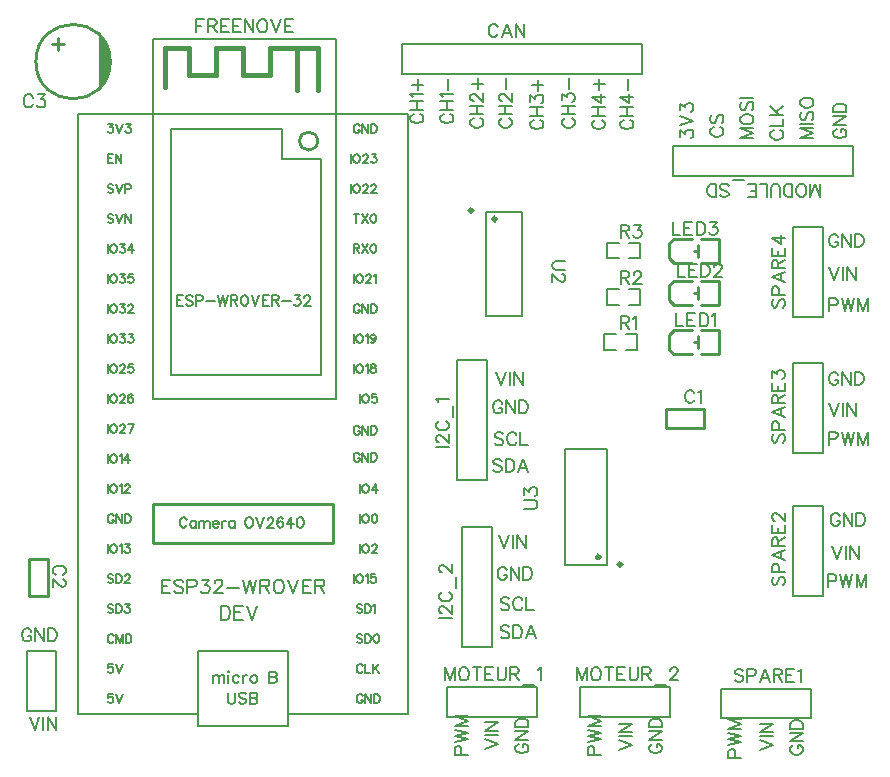
<source format=gto>
G04 Layer: TopSilkscreenLayer*
G04 EasyEDA v6.5.22, 2022-12-01 15:05:32*
G04 f9cf6ae4047b4148b17f980a7d3d99a3,3377a35bda5640eaacad09db658d017c,10*
G04 Gerber Generator version 0.2*
G04 Scale: 100 percent, Rotated: No, Reflected: No *
G04 Dimensions in inches *
G04 leading zeros omitted , absolute positions ,3 integer and 6 decimal *
%FSLAX36Y36*%
%MOIN*%

%ADD10C,0.0060*%
%ADD11C,0.0080*%
%ADD12C,0.0100*%
%ADD13C,0.0080*%
%ADD14C,0.0157*%
%ADD15C,0.0079*%
%ADD16C,0.0118*%
%ADD17C,0.0183*%

%LPD*%
D10*
X1634799Y1770700D02*
G01*
X1630699Y1768600D01*
X1626599Y1764499D01*
X1624600Y1760500D01*
X1624600Y1752300D01*
X1626599Y1748200D01*
X1630699Y1744099D01*
X1634799Y1741999D01*
X1641000Y1740000D01*
X1651199Y1740000D01*
X1657299Y1741999D01*
X1661400Y1744099D01*
X1665500Y1748200D01*
X1667500Y1752300D01*
X1667500Y1760500D01*
X1665500Y1764499D01*
X1661400Y1768600D01*
X1657299Y1770700D01*
X1624600Y1784200D02*
G01*
X1667500Y1784200D01*
X1624600Y1812800D02*
G01*
X1667500Y1812800D01*
X1645000Y1784200D02*
G01*
X1645000Y1812800D01*
X1632799Y1826300D02*
G01*
X1630699Y1830399D01*
X1624600Y1836500D01*
X1667500Y1836500D01*
X1630699Y1868499D02*
G01*
X1667500Y1868499D01*
X1649099Y1850000D02*
G01*
X1649099Y1886900D01*
X1734799Y1770700D02*
G01*
X1730699Y1768600D01*
X1726599Y1764499D01*
X1724600Y1760500D01*
X1724600Y1752300D01*
X1726599Y1748200D01*
X1730699Y1744099D01*
X1734799Y1741999D01*
X1741000Y1740000D01*
X1751199Y1740000D01*
X1757299Y1741999D01*
X1761400Y1744099D01*
X1765500Y1748200D01*
X1767500Y1752300D01*
X1767500Y1760500D01*
X1765500Y1764499D01*
X1761400Y1768600D01*
X1757299Y1770700D01*
X1724600Y1784200D02*
G01*
X1767500Y1784200D01*
X1724600Y1812800D02*
G01*
X1767500Y1812800D01*
X1745000Y1784200D02*
G01*
X1745000Y1812800D01*
X1732799Y1826300D02*
G01*
X1730699Y1830399D01*
X1724600Y1836500D01*
X1767500Y1836500D01*
X1749099Y1850000D02*
G01*
X1749099Y1886900D01*
X1834799Y1755700D02*
G01*
X1830699Y1753600D01*
X1826599Y1749499D01*
X1824600Y1745500D01*
X1824600Y1737300D01*
X1826599Y1733200D01*
X1830699Y1729099D01*
X1834799Y1726999D01*
X1841000Y1725000D01*
X1851199Y1725000D01*
X1857299Y1726999D01*
X1861400Y1729099D01*
X1865500Y1733200D01*
X1867500Y1737300D01*
X1867500Y1745500D01*
X1865500Y1749499D01*
X1861400Y1753600D01*
X1857299Y1755700D01*
X1824600Y1769200D02*
G01*
X1867500Y1769200D01*
X1824600Y1797800D02*
G01*
X1867500Y1797800D01*
X1845000Y1769200D02*
G01*
X1845000Y1797800D01*
X1834799Y1813400D02*
G01*
X1832799Y1813400D01*
X1828699Y1815399D01*
X1826599Y1817500D01*
X1824600Y1821500D01*
X1824600Y1829699D01*
X1826599Y1833800D01*
X1828699Y1835900D01*
X1832799Y1837899D01*
X1836899Y1837899D01*
X1841000Y1835900D01*
X1847100Y1831799D01*
X1867500Y1811300D01*
X1867500Y1840000D01*
X1830699Y1871900D02*
G01*
X1867500Y1871900D01*
X1849099Y1853499D02*
G01*
X1849099Y1890300D01*
X1929799Y1755700D02*
G01*
X1925699Y1753600D01*
X1921599Y1749499D01*
X1919600Y1745500D01*
X1919600Y1737300D01*
X1921599Y1733200D01*
X1925699Y1729099D01*
X1929799Y1726999D01*
X1936000Y1725000D01*
X1946199Y1725000D01*
X1952299Y1726999D01*
X1956400Y1729099D01*
X1960500Y1733200D01*
X1962500Y1737300D01*
X1962500Y1745500D01*
X1960500Y1749499D01*
X1956400Y1753600D01*
X1952299Y1755700D01*
X1919600Y1769200D02*
G01*
X1962500Y1769200D01*
X1919600Y1797800D02*
G01*
X1962500Y1797800D01*
X1940000Y1769200D02*
G01*
X1940000Y1797800D01*
X1929799Y1813400D02*
G01*
X1927799Y1813400D01*
X1923699Y1815399D01*
X1921599Y1817500D01*
X1919600Y1821500D01*
X1919600Y1829699D01*
X1921599Y1833800D01*
X1923699Y1835900D01*
X1927799Y1837899D01*
X1931899Y1837899D01*
X1936000Y1835900D01*
X1942100Y1831799D01*
X1962500Y1811300D01*
X1962500Y1840000D01*
X1944099Y1853499D02*
G01*
X1944099Y1890300D01*
X2034799Y1750700D02*
G01*
X2030699Y1748600D01*
X2026599Y1744499D01*
X2024600Y1740500D01*
X2024600Y1732300D01*
X2026599Y1728200D01*
X2030699Y1724099D01*
X2034799Y1721999D01*
X2041000Y1720000D01*
X2051199Y1720000D01*
X2057299Y1721999D01*
X2061400Y1724099D01*
X2065500Y1728200D01*
X2067500Y1732300D01*
X2067500Y1740500D01*
X2065500Y1744499D01*
X2061400Y1748600D01*
X2057299Y1750700D01*
X2024600Y1764200D02*
G01*
X2067500Y1764200D01*
X2024600Y1792800D02*
G01*
X2067500Y1792800D01*
X2045000Y1764200D02*
G01*
X2045000Y1792800D01*
X2024600Y1810399D02*
G01*
X2024600Y1832899D01*
X2041000Y1820599D01*
X2041000Y1826799D01*
X2043000Y1830900D01*
X2045000Y1832899D01*
X2051199Y1835000D01*
X2055299Y1835000D01*
X2061400Y1832899D01*
X2065500Y1828800D01*
X2067500Y1822699D01*
X2067500Y1816500D01*
X2065500Y1810399D01*
X2063500Y1808400D01*
X2059399Y1806300D01*
X2030699Y1866900D02*
G01*
X2067500Y1866900D01*
X2049099Y1848499D02*
G01*
X2049099Y1885300D01*
X2139792Y1755693D02*
G01*
X2135693Y1753593D01*
X2131593Y1749592D01*
X2129593Y1745493D01*
X2129593Y1737292D01*
X2131593Y1733193D01*
X2135693Y1729092D01*
X2139792Y1727092D01*
X2145992Y1724992D01*
X2156193Y1724992D01*
X2162292Y1727092D01*
X2166392Y1729092D01*
X2170492Y1733193D01*
X2172592Y1737292D01*
X2172592Y1745493D01*
X2170492Y1749592D01*
X2166392Y1753593D01*
X2162292Y1755693D01*
X2129593Y1769193D02*
G01*
X2172592Y1769193D01*
X2129593Y1797793D02*
G01*
X2172592Y1797793D01*
X2150092Y1769193D02*
G01*
X2150092Y1797793D01*
X2129593Y1815392D02*
G01*
X2129593Y1837892D01*
X2145992Y1825592D01*
X2145992Y1831792D01*
X2147992Y1835893D01*
X2150092Y1837892D01*
X2156193Y1839992D01*
X2160293Y1839992D01*
X2166392Y1837892D01*
X2170492Y1833793D01*
X2172592Y1827692D01*
X2172592Y1821592D01*
X2170492Y1815392D01*
X2168492Y1813393D01*
X2164393Y1811293D01*
X2154093Y1853492D02*
G01*
X2154093Y1890293D01*
X2239799Y1750700D02*
G01*
X2235699Y1748600D01*
X2231599Y1744499D01*
X2229600Y1740500D01*
X2229600Y1732300D01*
X2231599Y1728200D01*
X2235699Y1724099D01*
X2239799Y1721999D01*
X2246000Y1720000D01*
X2256199Y1720000D01*
X2262299Y1721999D01*
X2266400Y1724099D01*
X2270500Y1728200D01*
X2272500Y1732300D01*
X2272500Y1740500D01*
X2270500Y1744499D01*
X2266400Y1748600D01*
X2262299Y1750700D01*
X2229600Y1764200D02*
G01*
X2272500Y1764200D01*
X2229600Y1792800D02*
G01*
X2272500Y1792800D01*
X2250000Y1764200D02*
G01*
X2250000Y1792800D01*
X2229600Y1826799D02*
G01*
X2258199Y1806300D01*
X2258199Y1836999D01*
X2229600Y1826799D02*
G01*
X2272500Y1826799D01*
X2235699Y1868899D02*
G01*
X2272500Y1868899D01*
X2254099Y1850500D02*
G01*
X2254099Y1887300D01*
X2334799Y1750700D02*
G01*
X2330699Y1748600D01*
X2326599Y1744499D01*
X2324600Y1740500D01*
X2324600Y1732300D01*
X2326599Y1728200D01*
X2330699Y1724099D01*
X2334799Y1721999D01*
X2341000Y1720000D01*
X2351199Y1720000D01*
X2357299Y1721999D01*
X2361400Y1724099D01*
X2365500Y1728200D01*
X2367500Y1732300D01*
X2367500Y1740500D01*
X2365500Y1744499D01*
X2361400Y1748600D01*
X2357299Y1750700D01*
X2324600Y1764200D02*
G01*
X2367500Y1764200D01*
X2324600Y1792800D02*
G01*
X2367500Y1792800D01*
X2345000Y1764200D02*
G01*
X2345000Y1792800D01*
X2324600Y1826799D02*
G01*
X2353199Y1806300D01*
X2353199Y1836999D01*
X2324600Y1826799D02*
G01*
X2367500Y1826799D01*
X2349099Y1850500D02*
G01*
X2349099Y1887300D01*
X2524600Y1694099D02*
G01*
X2524600Y1716599D01*
X2541000Y1704299D01*
X2541000Y1710500D01*
X2543000Y1714499D01*
X2545000Y1716599D01*
X2551199Y1718600D01*
X2555299Y1718600D01*
X2561400Y1716599D01*
X2565500Y1712500D01*
X2567500Y1706399D01*
X2567500Y1700199D01*
X2565500Y1694099D01*
X2563500Y1691999D01*
X2559399Y1690000D01*
X2524600Y1732100D02*
G01*
X2567500Y1748499D01*
X2524600Y1764899D02*
G01*
X2567500Y1748499D01*
X2524600Y1782500D02*
G01*
X2524600Y1805000D01*
X2541000Y1792699D01*
X2541000Y1798800D01*
X2543000Y1802899D01*
X2545000Y1805000D01*
X2551199Y1806999D01*
X2555299Y1806999D01*
X2561400Y1805000D01*
X2565500Y1800900D01*
X2567500Y1794699D01*
X2567500Y1788600D01*
X2565500Y1782500D01*
X2563500Y1780399D01*
X2559399Y1778400D01*
X2634799Y1725700D02*
G01*
X2630699Y1723600D01*
X2626599Y1719499D01*
X2624600Y1715500D01*
X2624600Y1707300D01*
X2626599Y1703200D01*
X2630699Y1699099D01*
X2634799Y1696999D01*
X2641000Y1695000D01*
X2651199Y1695000D01*
X2657299Y1696999D01*
X2661400Y1699099D01*
X2665500Y1703200D01*
X2667500Y1707300D01*
X2667500Y1715500D01*
X2665500Y1719499D01*
X2661400Y1723600D01*
X2657299Y1725700D01*
X2630699Y1767800D02*
G01*
X2626599Y1763699D01*
X2624600Y1757600D01*
X2624600Y1749400D01*
X2626599Y1743299D01*
X2630699Y1739200D01*
X2634799Y1739200D01*
X2638900Y1741199D01*
X2641000Y1743299D01*
X2643000Y1747399D01*
X2647100Y1759600D01*
X2649099Y1763699D01*
X2651199Y1765799D01*
X2655299Y1767800D01*
X2661400Y1767800D01*
X2665500Y1763699D01*
X2667500Y1757600D01*
X2667500Y1749400D01*
X2665500Y1743299D01*
X2661400Y1739200D01*
X2724600Y1690000D02*
G01*
X2767500Y1690000D01*
X2724600Y1690000D02*
G01*
X2767500Y1706399D01*
X2724600Y1722699D02*
G01*
X2767500Y1706399D01*
X2724600Y1722699D02*
G01*
X2767500Y1722699D01*
X2724600Y1748499D02*
G01*
X2726599Y1744400D01*
X2730699Y1740300D01*
X2734799Y1738299D01*
X2741000Y1736199D01*
X2751199Y1736199D01*
X2757299Y1738299D01*
X2761400Y1740300D01*
X2765500Y1744400D01*
X2767500Y1748499D01*
X2767500Y1756700D01*
X2765500Y1760799D01*
X2761400Y1764899D01*
X2757299Y1766900D01*
X2751199Y1769000D01*
X2741000Y1769000D01*
X2734799Y1766900D01*
X2730699Y1764899D01*
X2726599Y1760799D01*
X2724600Y1756700D01*
X2724600Y1748499D01*
X2730699Y1811100D02*
G01*
X2726599Y1806999D01*
X2724600Y1800900D01*
X2724600Y1792699D01*
X2726599Y1786500D01*
X2730699Y1782500D01*
X2734799Y1782500D01*
X2738900Y1784499D01*
X2741000Y1786500D01*
X2743000Y1790599D01*
X2747100Y1802899D01*
X2749099Y1806999D01*
X2751199Y1809000D01*
X2755299Y1811100D01*
X2761400Y1811100D01*
X2765500Y1806999D01*
X2767500Y1800900D01*
X2767500Y1792699D01*
X2765500Y1786500D01*
X2761400Y1782500D01*
X2724600Y1824600D02*
G01*
X2767500Y1824600D01*
X2834799Y1715700D02*
G01*
X2830699Y1713600D01*
X2826599Y1709499D01*
X2824600Y1705500D01*
X2824600Y1697300D01*
X2826599Y1693200D01*
X2830699Y1689099D01*
X2834799Y1686999D01*
X2841000Y1685000D01*
X2851199Y1685000D01*
X2857299Y1686999D01*
X2861400Y1689099D01*
X2865500Y1693200D01*
X2867500Y1697300D01*
X2867500Y1705500D01*
X2865500Y1709499D01*
X2861400Y1713600D01*
X2857299Y1715700D01*
X2824600Y1729200D02*
G01*
X2867500Y1729200D01*
X2867500Y1729200D02*
G01*
X2867500Y1753699D01*
X2824600Y1767199D02*
G01*
X2867500Y1767199D01*
X2824600Y1795900D02*
G01*
X2853199Y1767199D01*
X2843000Y1777500D02*
G01*
X2867500Y1795900D01*
X2924600Y1690000D02*
G01*
X2967500Y1690000D01*
X2924600Y1690000D02*
G01*
X2967500Y1706399D01*
X2924600Y1722699D02*
G01*
X2967500Y1706399D01*
X2924600Y1722699D02*
G01*
X2967500Y1722699D01*
X2924600Y1736199D02*
G01*
X2967500Y1736199D01*
X2930699Y1778400D02*
G01*
X2926599Y1774299D01*
X2924600Y1768099D01*
X2924600Y1760000D01*
X2926599Y1753800D01*
X2930699Y1749699D01*
X2934799Y1749699D01*
X2938900Y1751799D01*
X2941000Y1753800D01*
X2943000Y1757899D01*
X2947100Y1770199D01*
X2949099Y1774299D01*
X2951199Y1776300D01*
X2955299Y1778400D01*
X2961400Y1778400D01*
X2965500Y1774299D01*
X2967500Y1768099D01*
X2967500Y1760000D01*
X2965500Y1753800D01*
X2961400Y1749699D01*
X2924600Y1804099D02*
G01*
X2926599Y1800000D01*
X2930699Y1795999D01*
X2934799Y1793899D01*
X2941000Y1791900D01*
X2951199Y1791900D01*
X2957299Y1793899D01*
X2961400Y1795999D01*
X2965500Y1800000D01*
X2967500Y1804099D01*
X2967500Y1812300D01*
X2965500Y1816399D01*
X2961400Y1820500D01*
X2957299Y1822500D01*
X2951199Y1824600D01*
X2941000Y1824600D01*
X2934799Y1822500D01*
X2930699Y1820500D01*
X2926599Y1816399D01*
X2924600Y1812300D01*
X2924600Y1804099D01*
X3044799Y1720700D02*
G01*
X3040699Y1718600D01*
X3036599Y1714499D01*
X3034600Y1710500D01*
X3034600Y1702300D01*
X3036599Y1698200D01*
X3040699Y1694099D01*
X3044799Y1691999D01*
X3051000Y1690000D01*
X3061199Y1690000D01*
X3067299Y1691999D01*
X3071400Y1694099D01*
X3075500Y1698200D01*
X3077500Y1702300D01*
X3077500Y1710500D01*
X3075500Y1714499D01*
X3071400Y1718600D01*
X3067299Y1720700D01*
X3061199Y1720700D01*
X3061199Y1710500D02*
G01*
X3061199Y1720700D01*
X3034600Y1734200D02*
G01*
X3077500Y1734200D01*
X3034600Y1734200D02*
G01*
X3077500Y1762800D01*
X3034600Y1762800D02*
G01*
X3077500Y1762800D01*
X3034600Y1776300D02*
G01*
X3077500Y1776300D01*
X3034600Y1776300D02*
G01*
X3034600Y1790599D01*
X3036599Y1796799D01*
X3040699Y1800900D01*
X3044799Y1802899D01*
X3051000Y1805000D01*
X3061199Y1805000D01*
X3067299Y1802899D01*
X3071400Y1800900D01*
X3075500Y1796799D01*
X3077500Y1790599D01*
X3077500Y1776300D01*
X3020000Y1260399D02*
G01*
X3036400Y1217500D01*
X3052700Y1260399D02*
G01*
X3036400Y1217500D01*
X3066199Y1260399D02*
G01*
X3066199Y1217500D01*
X3079700Y1260399D02*
G01*
X3079700Y1217500D01*
X3079700Y1260399D02*
G01*
X3108400Y1217500D01*
X3108400Y1260399D02*
G01*
X3108400Y1217500D01*
X3020000Y805399D02*
G01*
X3036400Y762500D01*
X3052700Y805399D02*
G01*
X3036400Y762500D01*
X3066199Y805399D02*
G01*
X3066199Y762500D01*
X3079700Y805399D02*
G01*
X3079700Y762500D01*
X3079700Y805399D02*
G01*
X3108400Y762500D01*
X3108400Y805399D02*
G01*
X3108400Y762500D01*
X3030000Y330399D02*
G01*
X3046400Y287500D01*
X3062700Y330399D02*
G01*
X3046400Y287500D01*
X3076199Y330399D02*
G01*
X3076199Y287500D01*
X3089700Y330399D02*
G01*
X3089700Y287500D01*
X3089700Y330399D02*
G01*
X3118400Y287500D01*
X3118400Y330399D02*
G01*
X3118400Y287500D01*
X2789600Y-350000D02*
G01*
X2832500Y-333600D01*
X2789600Y-317300D02*
G01*
X2832500Y-333600D01*
X2789600Y-303800D02*
G01*
X2832500Y-303800D01*
X2789600Y-290300D02*
G01*
X2832500Y-290300D01*
X2789600Y-290300D02*
G01*
X2832500Y-261599D01*
X2789600Y-261599D02*
G01*
X2832500Y-261599D01*
X2319600Y-350000D02*
G01*
X2362500Y-333600D01*
X2319600Y-317300D02*
G01*
X2362500Y-333600D01*
X2319600Y-303800D02*
G01*
X2362500Y-303800D01*
X2319600Y-290300D02*
G01*
X2362500Y-290300D01*
X2319600Y-290300D02*
G01*
X2362500Y-261599D01*
X2319600Y-261599D02*
G01*
X2362500Y-261599D01*
X1874600Y-345000D02*
G01*
X1917500Y-328600D01*
X1874600Y-312300D02*
G01*
X1917500Y-328600D01*
X1874600Y-298800D02*
G01*
X1917500Y-298800D01*
X1874600Y-285300D02*
G01*
X1917500Y-285300D01*
X1874600Y-285300D02*
G01*
X1917500Y-256599D01*
X1874600Y-256599D02*
G01*
X1917500Y-256599D01*
X3050699Y1360199D02*
G01*
X3048599Y1364299D01*
X3044499Y1368400D01*
X3040500Y1370399D01*
X3032299Y1370399D01*
X3028199Y1368400D01*
X3024099Y1364299D01*
X3021999Y1360199D01*
X3020000Y1354000D01*
X3020000Y1343800D01*
X3021999Y1337699D01*
X3024099Y1333600D01*
X3028199Y1329499D01*
X3032299Y1327500D01*
X3040500Y1327500D01*
X3044499Y1329499D01*
X3048599Y1333600D01*
X3050699Y1337699D01*
X3050699Y1343800D01*
X3040500Y1343800D02*
G01*
X3050699Y1343800D01*
X3064200Y1370399D02*
G01*
X3064200Y1327500D01*
X3064200Y1370399D02*
G01*
X3092799Y1327500D01*
X3092799Y1370399D02*
G01*
X3092799Y1327500D01*
X3106300Y1370399D02*
G01*
X3106300Y1327500D01*
X3106300Y1370399D02*
G01*
X3120600Y1370399D01*
X3126800Y1368400D01*
X3130900Y1364299D01*
X3132899Y1360199D01*
X3135000Y1354000D01*
X3135000Y1343800D01*
X3132899Y1337699D01*
X3130900Y1333600D01*
X3126800Y1329499D01*
X3120600Y1327500D01*
X3106300Y1327500D01*
X3050699Y900199D02*
G01*
X3048599Y904299D01*
X3044499Y908400D01*
X3040500Y910399D01*
X3032299Y910399D01*
X3028199Y908400D01*
X3024099Y904299D01*
X3021999Y900199D01*
X3020000Y894000D01*
X3020000Y883800D01*
X3021999Y877699D01*
X3024099Y873600D01*
X3028199Y869499D01*
X3032299Y867500D01*
X3040500Y867500D01*
X3044499Y869499D01*
X3048599Y873600D01*
X3050699Y877699D01*
X3050699Y883800D01*
X3040500Y883800D02*
G01*
X3050699Y883800D01*
X3064200Y910399D02*
G01*
X3064200Y867500D01*
X3064200Y910399D02*
G01*
X3092799Y867500D01*
X3092799Y910399D02*
G01*
X3092799Y867500D01*
X3106300Y910399D02*
G01*
X3106300Y867500D01*
X3106300Y910399D02*
G01*
X3120600Y910399D01*
X3126800Y908400D01*
X3130900Y904299D01*
X3132899Y900199D01*
X3135000Y894000D01*
X3135000Y883800D01*
X3132899Y877699D01*
X3130900Y873600D01*
X3126800Y869499D01*
X3120600Y867500D01*
X3106300Y867500D01*
X3055699Y430199D02*
G01*
X3053599Y434299D01*
X3049499Y438400D01*
X3045500Y440399D01*
X3037299Y440399D01*
X3033199Y438400D01*
X3029099Y434299D01*
X3026999Y430199D01*
X3025000Y424000D01*
X3025000Y413800D01*
X3026999Y407699D01*
X3029099Y403600D01*
X3033199Y399499D01*
X3037299Y397500D01*
X3045500Y397500D01*
X3049499Y399499D01*
X3053599Y403600D01*
X3055699Y407699D01*
X3055699Y413800D01*
X3045500Y413800D02*
G01*
X3055699Y413800D01*
X3069200Y440399D02*
G01*
X3069200Y397500D01*
X3069200Y440399D02*
G01*
X3097799Y397500D01*
X3097799Y440399D02*
G01*
X3097799Y397500D01*
X3111300Y440399D02*
G01*
X3111300Y397500D01*
X3111300Y440399D02*
G01*
X3125600Y440399D01*
X3131800Y438400D01*
X3135900Y434299D01*
X3137899Y430199D01*
X3140000Y424000D01*
X3140000Y413800D01*
X3137899Y407699D01*
X3135900Y403600D01*
X3131800Y399499D01*
X3125600Y397500D01*
X3111300Y397500D01*
X2899799Y-334299D02*
G01*
X2895699Y-336399D01*
X2891599Y-340500D01*
X2889600Y-344499D01*
X2889600Y-352699D01*
X2891599Y-356799D01*
X2895699Y-360900D01*
X2899799Y-363000D01*
X2906000Y-365000D01*
X2916199Y-365000D01*
X2922299Y-363000D01*
X2926400Y-360900D01*
X2930500Y-356799D01*
X2932500Y-352699D01*
X2932500Y-344499D01*
X2930500Y-340500D01*
X2926400Y-336399D01*
X2922299Y-334299D01*
X2916199Y-334299D01*
X2916199Y-344499D02*
G01*
X2916199Y-334299D01*
X2889600Y-320799D02*
G01*
X2932500Y-320799D01*
X2889600Y-320799D02*
G01*
X2932500Y-292199D01*
X2889600Y-292199D02*
G01*
X2932500Y-292199D01*
X2889600Y-278699D02*
G01*
X2932500Y-278699D01*
X2889600Y-278699D02*
G01*
X2889600Y-264400D01*
X2891599Y-258200D01*
X2895699Y-254099D01*
X2899799Y-252100D01*
X2906000Y-250000D01*
X2916199Y-250000D01*
X2922299Y-252100D01*
X2926400Y-254099D01*
X2930500Y-258200D01*
X2932500Y-264400D01*
X2932500Y-278699D01*
X2429799Y-329299D02*
G01*
X2425699Y-331399D01*
X2421599Y-335500D01*
X2419600Y-339499D01*
X2419600Y-347699D01*
X2421599Y-351799D01*
X2425699Y-355900D01*
X2429799Y-358000D01*
X2436000Y-360000D01*
X2446199Y-360000D01*
X2452299Y-358000D01*
X2456400Y-355900D01*
X2460500Y-351799D01*
X2462500Y-347699D01*
X2462500Y-339499D01*
X2460500Y-335500D01*
X2456400Y-331399D01*
X2452299Y-329299D01*
X2446199Y-329299D01*
X2446199Y-339499D02*
G01*
X2446199Y-329299D01*
X2419600Y-315799D02*
G01*
X2462500Y-315799D01*
X2419600Y-315799D02*
G01*
X2462500Y-287199D01*
X2419600Y-287199D02*
G01*
X2462500Y-287199D01*
X2419600Y-273699D02*
G01*
X2462500Y-273699D01*
X2419600Y-273699D02*
G01*
X2419600Y-259400D01*
X2421599Y-253200D01*
X2425699Y-249099D01*
X2429799Y-247100D01*
X2436000Y-245000D01*
X2446199Y-245000D01*
X2452299Y-247100D01*
X2456400Y-249099D01*
X2460500Y-253200D01*
X2462500Y-259400D01*
X2462500Y-273699D01*
X1984799Y-329299D02*
G01*
X1980699Y-331399D01*
X1976599Y-335500D01*
X1974600Y-339499D01*
X1974600Y-347699D01*
X1976599Y-351799D01*
X1980699Y-355900D01*
X1984799Y-358000D01*
X1991000Y-360000D01*
X2001199Y-360000D01*
X2007299Y-358000D01*
X2011400Y-355900D01*
X2015500Y-351799D01*
X2017500Y-347699D01*
X2017500Y-339499D01*
X2015500Y-335500D01*
X2011400Y-331399D01*
X2007299Y-329299D01*
X2001199Y-329299D01*
X2001199Y-339499D02*
G01*
X2001199Y-329299D01*
X1974600Y-315799D02*
G01*
X2017500Y-315799D01*
X1974600Y-315799D02*
G01*
X2017500Y-287199D01*
X1974600Y-287199D02*
G01*
X2017500Y-287199D01*
X1974600Y-273699D02*
G01*
X2017500Y-273699D01*
X1974600Y-273699D02*
G01*
X1974600Y-259400D01*
X1976599Y-253200D01*
X1980699Y-249099D01*
X1984799Y-247100D01*
X1991000Y-245000D01*
X2001199Y-245000D01*
X2007299Y-247100D01*
X2011400Y-249099D01*
X2015500Y-253200D01*
X2017500Y-259400D01*
X2017500Y-273699D01*
X1910000Y910399D02*
G01*
X1926400Y867500D01*
X1942700Y910399D02*
G01*
X1926400Y867500D01*
X1956199Y910399D02*
G01*
X1956199Y867500D01*
X1969700Y910399D02*
G01*
X1969700Y867500D01*
X1969700Y910399D02*
G01*
X1998400Y867500D01*
X1998400Y910399D02*
G01*
X1998400Y867500D01*
X1920000Y365399D02*
G01*
X1936400Y322500D01*
X1952700Y365399D02*
G01*
X1936400Y322500D01*
X1966199Y365399D02*
G01*
X1966199Y322500D01*
X1979700Y365399D02*
G01*
X1979700Y322500D01*
X1979700Y365399D02*
G01*
X2008400Y322500D01*
X2008400Y365399D02*
G01*
X2008400Y322500D01*
X1930699Y805199D02*
G01*
X1928599Y809299D01*
X1924499Y813400D01*
X1920500Y815399D01*
X1912299Y815399D01*
X1908199Y813400D01*
X1904099Y809299D01*
X1901999Y805199D01*
X1900000Y799000D01*
X1900000Y788800D01*
X1901999Y782699D01*
X1904099Y778600D01*
X1908199Y774499D01*
X1912299Y772500D01*
X1920500Y772500D01*
X1924499Y774499D01*
X1928599Y778600D01*
X1930699Y782699D01*
X1930699Y788800D01*
X1920500Y788800D02*
G01*
X1930699Y788800D01*
X1944200Y815399D02*
G01*
X1944200Y772500D01*
X1944200Y815399D02*
G01*
X1972799Y772500D01*
X1972799Y815399D02*
G01*
X1972799Y772500D01*
X1986300Y815399D02*
G01*
X1986300Y772500D01*
X1986300Y815399D02*
G01*
X2000600Y815399D01*
X2006800Y813400D01*
X2010900Y809299D01*
X2012899Y805199D01*
X2015000Y799000D01*
X2015000Y788800D01*
X2012899Y782699D01*
X2010900Y778600D01*
X2006800Y774499D01*
X2000600Y772500D01*
X1986300Y772500D01*
X1945699Y250199D02*
G01*
X1943599Y254299D01*
X1939499Y258400D01*
X1935500Y260399D01*
X1927299Y260399D01*
X1923199Y258400D01*
X1919099Y254299D01*
X1916999Y250199D01*
X1915000Y244000D01*
X1915000Y233800D01*
X1916999Y227699D01*
X1919099Y223600D01*
X1923199Y219499D01*
X1927299Y217500D01*
X1935500Y217500D01*
X1939499Y219499D01*
X1943599Y223600D01*
X1945699Y227699D01*
X1945699Y233800D01*
X1935500Y233800D02*
G01*
X1945699Y233800D01*
X1959200Y260399D02*
G01*
X1959200Y217500D01*
X1959200Y260399D02*
G01*
X1987799Y217500D01*
X1987799Y260399D02*
G01*
X1987799Y217500D01*
X2001300Y260399D02*
G01*
X2001300Y217500D01*
X2001300Y260399D02*
G01*
X2015600Y260399D01*
X2021800Y258400D01*
X2025900Y254299D01*
X2027899Y250199D01*
X2030000Y244000D01*
X2030000Y233800D01*
X2027899Y227699D01*
X2025900Y223600D01*
X2021800Y219499D01*
X2015600Y217500D01*
X2001300Y217500D01*
X1933400Y703200D02*
G01*
X1929300Y707300D01*
X1923100Y709400D01*
X1915000Y709400D01*
X1908800Y707300D01*
X1904700Y703200D01*
X1904700Y699099D01*
X1906800Y695000D01*
X1908800Y693000D01*
X1912899Y690900D01*
X1925200Y686900D01*
X1929300Y684800D01*
X1931300Y682800D01*
X1933400Y678699D01*
X1933400Y672500D01*
X1929300Y668400D01*
X1923100Y666399D01*
X1915000Y666399D01*
X1908800Y668400D01*
X1904700Y672500D01*
X1977600Y699099D02*
G01*
X1975500Y703200D01*
X1971400Y707300D01*
X1967299Y709400D01*
X1959099Y709400D01*
X1955100Y707300D01*
X1951000Y703200D01*
X1948900Y699099D01*
X1946899Y693000D01*
X1946899Y682800D01*
X1948900Y676599D01*
X1951000Y672500D01*
X1955100Y668400D01*
X1959099Y666399D01*
X1967299Y666399D01*
X1971400Y668400D01*
X1975500Y672500D01*
X1977600Y676599D01*
X1991099Y709400D02*
G01*
X1991099Y666399D01*
X1991099Y666399D02*
G01*
X2015600Y666399D01*
X1953400Y153200D02*
G01*
X1949300Y157300D01*
X1943100Y159400D01*
X1935000Y159400D01*
X1928800Y157300D01*
X1924700Y153200D01*
X1924700Y149099D01*
X1926800Y145000D01*
X1928800Y143000D01*
X1932899Y140900D01*
X1945200Y136900D01*
X1949300Y134800D01*
X1951300Y132800D01*
X1953400Y128699D01*
X1953400Y122500D01*
X1949300Y118400D01*
X1943100Y116399D01*
X1935000Y116399D01*
X1928800Y118400D01*
X1924700Y122500D01*
X1997600Y149099D02*
G01*
X1995500Y153200D01*
X1991400Y157300D01*
X1987299Y159400D01*
X1979099Y159400D01*
X1975100Y157300D01*
X1971000Y153200D01*
X1968900Y149099D01*
X1966899Y143000D01*
X1966899Y132800D01*
X1968900Y126599D01*
X1971000Y122500D01*
X1975100Y118400D01*
X1979099Y116399D01*
X1987299Y116399D01*
X1991400Y118400D01*
X1995500Y122500D01*
X1997600Y126599D01*
X2011099Y159400D02*
G01*
X2011099Y116399D01*
X2011099Y116399D02*
G01*
X2035600Y116399D01*
X1928599Y614299D02*
G01*
X1924499Y618400D01*
X1918400Y620399D01*
X1910200Y620399D01*
X1904099Y618400D01*
X1900000Y614299D01*
X1900000Y610199D01*
X1901999Y606100D01*
X1904099Y604000D01*
X1908199Y601999D01*
X1920500Y597899D01*
X1924499Y595900D01*
X1926599Y593800D01*
X1928599Y589699D01*
X1928599Y583600D01*
X1924499Y579499D01*
X1918400Y577500D01*
X1910200Y577500D01*
X1904099Y579499D01*
X1900000Y583600D01*
X1942100Y620399D02*
G01*
X1942100Y577500D01*
X1942100Y620399D02*
G01*
X1956499Y620399D01*
X1962600Y618400D01*
X1966700Y614299D01*
X1968699Y610199D01*
X1970799Y604000D01*
X1970799Y593800D01*
X1968699Y587699D01*
X1966700Y583600D01*
X1962600Y579499D01*
X1956499Y577500D01*
X1942100Y577500D01*
X2000600Y620399D02*
G01*
X1984300Y577500D01*
X2000600Y620399D02*
G01*
X2016999Y577500D01*
X1990399Y591799D02*
G01*
X2010900Y591799D01*
X1953599Y59299D02*
G01*
X1949499Y63400D01*
X1943400Y65399D01*
X1935200Y65399D01*
X1929099Y63400D01*
X1925000Y59299D01*
X1925000Y55199D01*
X1926999Y51100D01*
X1929099Y49000D01*
X1933199Y46999D01*
X1945500Y42899D01*
X1949499Y40900D01*
X1951599Y38800D01*
X1953599Y34699D01*
X1953599Y28600D01*
X1949499Y24499D01*
X1943400Y22500D01*
X1935200Y22500D01*
X1929099Y24499D01*
X1925000Y28600D01*
X1967100Y65399D02*
G01*
X1967100Y22500D01*
X1967100Y65399D02*
G01*
X1981499Y65399D01*
X1987600Y63400D01*
X1991700Y59299D01*
X1993699Y55199D01*
X1995799Y49000D01*
X1995799Y38800D01*
X1993699Y32699D01*
X1991700Y28600D01*
X1987600Y24499D01*
X1981499Y22500D01*
X1967100Y22500D01*
X2025600Y65399D02*
G01*
X2009300Y22500D01*
X2025600Y65399D02*
G01*
X2041999Y22500D01*
X2015399Y36799D02*
G01*
X2035900Y36799D01*
X3020000Y1155399D02*
G01*
X3020000Y1112500D01*
X3020000Y1155399D02*
G01*
X3038400Y1155399D01*
X3044499Y1153400D01*
X3046599Y1151300D01*
X3048599Y1147199D01*
X3048599Y1141100D01*
X3046599Y1136999D01*
X3044499Y1135000D01*
X3038400Y1132899D01*
X3020000Y1132899D01*
X3062100Y1155399D02*
G01*
X3072399Y1112500D01*
X3082600Y1155399D02*
G01*
X3072399Y1112500D01*
X3082600Y1155399D02*
G01*
X3092799Y1112500D01*
X3103000Y1155399D02*
G01*
X3092799Y1112500D01*
X3116499Y1155399D02*
G01*
X3116499Y1112500D01*
X3116499Y1155399D02*
G01*
X3132899Y1112500D01*
X3149300Y1155399D02*
G01*
X3132899Y1112500D01*
X3149300Y1155399D02*
G01*
X3149300Y1112500D01*
X3020000Y710399D02*
G01*
X3020000Y667500D01*
X3020000Y710399D02*
G01*
X3038400Y710399D01*
X3044499Y708400D01*
X3046599Y706300D01*
X3048599Y702199D01*
X3048599Y696100D01*
X3046599Y691999D01*
X3044499Y690000D01*
X3038400Y687899D01*
X3020000Y687899D01*
X3062100Y710399D02*
G01*
X3072399Y667500D01*
X3082600Y710399D02*
G01*
X3072399Y667500D01*
X3082600Y710399D02*
G01*
X3092799Y667500D01*
X3103000Y710399D02*
G01*
X3092799Y667500D01*
X3116499Y710399D02*
G01*
X3116499Y667500D01*
X3116499Y710399D02*
G01*
X3132899Y667500D01*
X3149300Y710399D02*
G01*
X3132899Y667500D01*
X3149300Y710399D02*
G01*
X3149300Y667500D01*
X3015000Y235399D02*
G01*
X3015000Y192500D01*
X3015000Y235399D02*
G01*
X3033400Y235399D01*
X3039499Y233400D01*
X3041599Y231300D01*
X3043599Y227199D01*
X3043599Y221100D01*
X3041599Y216999D01*
X3039499Y215000D01*
X3033400Y212899D01*
X3015000Y212899D01*
X3057100Y235399D02*
G01*
X3067399Y192500D01*
X3077600Y235399D02*
G01*
X3067399Y192500D01*
X3077600Y235399D02*
G01*
X3087799Y192500D01*
X3098000Y235399D02*
G01*
X3087799Y192500D01*
X3111499Y235399D02*
G01*
X3111499Y192500D01*
X3111499Y235399D02*
G01*
X3127899Y192500D01*
X3144300Y235399D02*
G01*
X3127899Y192500D01*
X3144300Y235399D02*
G01*
X3144300Y192500D01*
X2684600Y-375000D02*
G01*
X2727500Y-375000D01*
X2684600Y-375000D02*
G01*
X2684600Y-356599D01*
X2686599Y-350500D01*
X2688699Y-348400D01*
X2692799Y-346399D01*
X2698900Y-346399D01*
X2703000Y-348400D01*
X2705000Y-350500D01*
X2707100Y-356599D01*
X2707100Y-375000D01*
X2684600Y-332899D02*
G01*
X2727500Y-322600D01*
X2684600Y-312399D02*
G01*
X2727500Y-322600D01*
X2684600Y-312399D02*
G01*
X2727500Y-302199D01*
X2684600Y-291999D02*
G01*
X2727500Y-302199D01*
X2684600Y-278499D02*
G01*
X2727500Y-278499D01*
X2684600Y-278499D02*
G01*
X2727500Y-262100D01*
X2684600Y-245700D02*
G01*
X2727500Y-262100D01*
X2684600Y-245700D02*
G01*
X2727500Y-245700D01*
X2215421Y-365000D02*
G01*
X2258321Y-365000D01*
X2215421Y-365000D02*
G01*
X2215421Y-346599D01*
X2217421Y-340500D01*
X2219521Y-338400D01*
X2223621Y-336399D01*
X2229722Y-336399D01*
X2233822Y-338400D01*
X2235821Y-340500D01*
X2237921Y-346599D01*
X2237921Y-365000D01*
X2215421Y-322899D02*
G01*
X2258321Y-312600D01*
X2215421Y-302399D02*
G01*
X2258321Y-312600D01*
X2215421Y-302399D02*
G01*
X2258321Y-292199D01*
X2215421Y-281999D02*
G01*
X2258321Y-292199D01*
X2215421Y-268499D02*
G01*
X2258321Y-268499D01*
X2215421Y-268499D02*
G01*
X2258321Y-252100D01*
X2215421Y-235700D02*
G01*
X2258321Y-252100D01*
X2215421Y-235700D02*
G01*
X2258321Y-235700D01*
X1772088Y-365000D02*
G01*
X1814988Y-365000D01*
X1772088Y-365000D02*
G01*
X1772088Y-346599D01*
X1774088Y-340500D01*
X1776188Y-338400D01*
X1780288Y-336399D01*
X1786387Y-336399D01*
X1790487Y-338400D01*
X1792488Y-340500D01*
X1794588Y-346599D01*
X1794588Y-365000D01*
X1772088Y-322899D02*
G01*
X1814988Y-312600D01*
X1772088Y-302399D02*
G01*
X1814988Y-312600D01*
X1772088Y-302399D02*
G01*
X1814988Y-292199D01*
X1772088Y-281999D02*
G01*
X1814988Y-292199D01*
X1772088Y-268499D02*
G01*
X1814988Y-268499D01*
X1772088Y-268499D02*
G01*
X1814988Y-252100D01*
X1772088Y-235700D02*
G01*
X1814988Y-252100D01*
X1772088Y-235700D02*
G01*
X1814988Y-235700D01*
X355000Y-239600D02*
G01*
X371399Y-282500D01*
X387699Y-239600D02*
G01*
X371399Y-282500D01*
X401199Y-239600D02*
G01*
X401199Y-282500D01*
X414699Y-239600D02*
G01*
X414699Y-282500D01*
X414699Y-239600D02*
G01*
X443400Y-282500D01*
X443400Y-239600D02*
G01*
X443400Y-282500D01*
X2570699Y840199D02*
G01*
X2568599Y844299D01*
X2564499Y848400D01*
X2560500Y850399D01*
X2552299Y850399D01*
X2548199Y848400D01*
X2544099Y844299D01*
X2541999Y840199D01*
X2540000Y834000D01*
X2540000Y823800D01*
X2541999Y817699D01*
X2544099Y813600D01*
X2548199Y809499D01*
X2552299Y807500D01*
X2560500Y807500D01*
X2564499Y809499D01*
X2568599Y813600D01*
X2570699Y817699D01*
X2584200Y842199D02*
G01*
X2588299Y844299D01*
X2594399Y850399D01*
X2594399Y807500D01*
X1740000Y-74600D02*
G01*
X1740000Y-117500D01*
X1740000Y-74600D02*
G01*
X1756400Y-117500D01*
X1772700Y-74600D02*
G01*
X1756400Y-117500D01*
X1772700Y-74600D02*
G01*
X1772700Y-117500D01*
X1798500Y-74600D02*
G01*
X1794399Y-76599D01*
X1790299Y-80700D01*
X1788299Y-84800D01*
X1786199Y-90999D01*
X1786199Y-101199D01*
X1788299Y-107300D01*
X1790299Y-111399D01*
X1794399Y-115500D01*
X1798500Y-117500D01*
X1806700Y-117500D01*
X1810799Y-115500D01*
X1814899Y-111399D01*
X1816899Y-107300D01*
X1818999Y-101199D01*
X1818999Y-90999D01*
X1816899Y-84800D01*
X1814899Y-80700D01*
X1810799Y-76599D01*
X1806700Y-74600D01*
X1798500Y-74600D01*
X1846800Y-74600D02*
G01*
X1846800Y-117500D01*
X1832500Y-74600D02*
G01*
X1861099Y-74600D01*
X1874600Y-74600D02*
G01*
X1874600Y-117500D01*
X1874600Y-74600D02*
G01*
X1901199Y-74600D01*
X1874600Y-95000D02*
G01*
X1891000Y-95000D01*
X1874600Y-117500D02*
G01*
X1901199Y-117500D01*
X1914700Y-74600D02*
G01*
X1914700Y-105300D01*
X1916700Y-111399D01*
X1920799Y-115500D01*
X1926999Y-117500D01*
X1931000Y-117500D01*
X1937200Y-115500D01*
X1941300Y-111399D01*
X1943299Y-105300D01*
X1943299Y-74600D01*
X1956800Y-74600D02*
G01*
X1956800Y-117500D01*
X1956800Y-74600D02*
G01*
X1975200Y-74600D01*
X1981400Y-76599D01*
X1983400Y-78699D01*
X1985500Y-82800D01*
X1985500Y-86900D01*
X1983400Y-90999D01*
X1981400Y-93000D01*
X1975200Y-95000D01*
X1956800Y-95000D01*
X1971099Y-95000D02*
G01*
X1985500Y-117500D01*
X1998999Y-131900D02*
G01*
X2035799Y-131900D01*
X2049300Y-82800D02*
G01*
X2053400Y-80700D01*
X2059499Y-74600D01*
X2059499Y-117500D01*
X2180000Y-74600D02*
G01*
X2180000Y-117500D01*
X2180000Y-74600D02*
G01*
X2196400Y-117500D01*
X2212700Y-74600D02*
G01*
X2196400Y-117500D01*
X2212700Y-74600D02*
G01*
X2212700Y-117500D01*
X2238500Y-74600D02*
G01*
X2234399Y-76599D01*
X2230299Y-80700D01*
X2228299Y-84800D01*
X2226199Y-90999D01*
X2226199Y-101199D01*
X2228299Y-107300D01*
X2230299Y-111399D01*
X2234399Y-115500D01*
X2238500Y-117500D01*
X2246700Y-117500D01*
X2250799Y-115500D01*
X2254899Y-111399D01*
X2256899Y-107300D01*
X2258999Y-101199D01*
X2258999Y-90999D01*
X2256899Y-84800D01*
X2254899Y-80700D01*
X2250799Y-76599D01*
X2246700Y-74600D01*
X2238500Y-74600D01*
X2286800Y-74600D02*
G01*
X2286800Y-117500D01*
X2272500Y-74600D02*
G01*
X2301099Y-74600D01*
X2314600Y-74600D02*
G01*
X2314600Y-117500D01*
X2314600Y-74600D02*
G01*
X2341199Y-74600D01*
X2314600Y-95000D02*
G01*
X2331000Y-95000D01*
X2314600Y-117500D02*
G01*
X2341199Y-117500D01*
X2354700Y-74600D02*
G01*
X2354700Y-105300D01*
X2356700Y-111399D01*
X2360799Y-115500D01*
X2366999Y-117500D01*
X2371000Y-117500D01*
X2377200Y-115500D01*
X2381300Y-111399D01*
X2383299Y-105300D01*
X2383299Y-74600D01*
X2396800Y-74600D02*
G01*
X2396800Y-117500D01*
X2396800Y-74600D02*
G01*
X2415200Y-74600D01*
X2421400Y-76599D01*
X2423400Y-78699D01*
X2425500Y-82800D01*
X2425500Y-86900D01*
X2423400Y-90999D01*
X2421400Y-93000D01*
X2415200Y-95000D01*
X2396800Y-95000D01*
X2411099Y-95000D02*
G01*
X2425500Y-117500D01*
X2438999Y-131900D02*
G01*
X2475799Y-131900D01*
X2491300Y-84800D02*
G01*
X2491300Y-82800D01*
X2493400Y-78699D01*
X2495399Y-76599D01*
X2499499Y-74600D01*
X2507700Y-74600D01*
X2511800Y-76599D01*
X2513800Y-78699D01*
X2515900Y-82800D01*
X2515900Y-86900D01*
X2513800Y-90999D01*
X2509700Y-97100D01*
X2489300Y-117500D01*
X2517899Y-117500D01*
X2733599Y-85700D02*
G01*
X2729499Y-81599D01*
X2723400Y-79600D01*
X2715200Y-79600D01*
X2709099Y-81599D01*
X2705000Y-85700D01*
X2705000Y-89800D01*
X2706999Y-93899D01*
X2709099Y-95999D01*
X2713199Y-98000D01*
X2725500Y-102100D01*
X2729499Y-104099D01*
X2731599Y-106199D01*
X2733599Y-110300D01*
X2733599Y-116399D01*
X2729499Y-120500D01*
X2723400Y-122500D01*
X2715200Y-122500D01*
X2709099Y-120500D01*
X2705000Y-116399D01*
X2747100Y-79600D02*
G01*
X2747100Y-122500D01*
X2747100Y-79600D02*
G01*
X2765500Y-79600D01*
X2771700Y-81599D01*
X2773699Y-83699D01*
X2775799Y-87800D01*
X2775799Y-93899D01*
X2773699Y-98000D01*
X2771700Y-100000D01*
X2765500Y-102100D01*
X2747100Y-102100D01*
X2805600Y-79600D02*
G01*
X2789300Y-122500D01*
X2805600Y-79600D02*
G01*
X2821999Y-122500D01*
X2795399Y-108200D02*
G01*
X2815900Y-108200D01*
X2835500Y-79600D02*
G01*
X2835500Y-122500D01*
X2835500Y-79600D02*
G01*
X2853900Y-79600D01*
X2860000Y-81599D01*
X2862100Y-83699D01*
X2864099Y-87800D01*
X2864099Y-91900D01*
X2862100Y-95999D01*
X2860000Y-98000D01*
X2853900Y-100000D01*
X2835500Y-100000D01*
X2849799Y-100000D02*
G01*
X2864099Y-122500D01*
X2877600Y-79600D02*
G01*
X2877600Y-122500D01*
X2877600Y-79600D02*
G01*
X2904200Y-79600D01*
X2877600Y-100000D02*
G01*
X2893999Y-100000D01*
X2877600Y-122500D02*
G01*
X2904200Y-122500D01*
X2917700Y-87800D02*
G01*
X2921800Y-85700D01*
X2928000Y-79600D01*
X2928000Y-122500D01*
X2835699Y228600D02*
G01*
X2831599Y224499D01*
X2829600Y218400D01*
X2829600Y210199D01*
X2831599Y204099D01*
X2835699Y200000D01*
X2839799Y200000D01*
X2843900Y201999D01*
X2846000Y204099D01*
X2848000Y208200D01*
X2852100Y220500D01*
X2854099Y224499D01*
X2856199Y226599D01*
X2860299Y228600D01*
X2866400Y228600D01*
X2870500Y224499D01*
X2872500Y218400D01*
X2872500Y210199D01*
X2870500Y204099D01*
X2866400Y200000D01*
X2829600Y242100D02*
G01*
X2872500Y242100D01*
X2829600Y242100D02*
G01*
X2829600Y260500D01*
X2831599Y266700D01*
X2833699Y268699D01*
X2837799Y270799D01*
X2843900Y270799D01*
X2848000Y268699D01*
X2850000Y266700D01*
X2852100Y260500D01*
X2852100Y242100D01*
X2829600Y300599D02*
G01*
X2872500Y284299D01*
X2829600Y300599D02*
G01*
X2872500Y316999D01*
X2858199Y290399D02*
G01*
X2858199Y310900D01*
X2829600Y330500D02*
G01*
X2872500Y330500D01*
X2829600Y330500D02*
G01*
X2829600Y348899D01*
X2831599Y355000D01*
X2833699Y357100D01*
X2837799Y359099D01*
X2841899Y359099D01*
X2846000Y357100D01*
X2848000Y355000D01*
X2850000Y348899D01*
X2850000Y330500D01*
X2850000Y344800D02*
G01*
X2872500Y359099D01*
X2829600Y372600D02*
G01*
X2872500Y372600D01*
X2829600Y372600D02*
G01*
X2829600Y399200D01*
X2850000Y372600D02*
G01*
X2850000Y389000D01*
X2872500Y372600D02*
G01*
X2872500Y399200D01*
X2839799Y414800D02*
G01*
X2837799Y414800D01*
X2833699Y416799D01*
X2831599Y418899D01*
X2829600Y423000D01*
X2829600Y431100D01*
X2831599Y435199D01*
X2833699Y437300D01*
X2837799Y439299D01*
X2841899Y439299D01*
X2846000Y437300D01*
X2852100Y433200D01*
X2872500Y412699D01*
X2872500Y441399D01*
X2835699Y703600D02*
G01*
X2831599Y699499D01*
X2829600Y693400D01*
X2829600Y685199D01*
X2831599Y679099D01*
X2835699Y675000D01*
X2839799Y675000D01*
X2843900Y676999D01*
X2846000Y679099D01*
X2848000Y683200D01*
X2852100Y695500D01*
X2854099Y699499D01*
X2856199Y701599D01*
X2860299Y703600D01*
X2866400Y703600D01*
X2870500Y699499D01*
X2872500Y693400D01*
X2872500Y685199D01*
X2870500Y679099D01*
X2866400Y675000D01*
X2829600Y717100D02*
G01*
X2872500Y717100D01*
X2829600Y717100D02*
G01*
X2829600Y735500D01*
X2831599Y741700D01*
X2833699Y743699D01*
X2837799Y745799D01*
X2843900Y745799D01*
X2848000Y743699D01*
X2850000Y741700D01*
X2852100Y735500D01*
X2852100Y717100D01*
X2829600Y775599D02*
G01*
X2872500Y759299D01*
X2829600Y775599D02*
G01*
X2872500Y791999D01*
X2858199Y765399D02*
G01*
X2858199Y785900D01*
X2829600Y805500D02*
G01*
X2872500Y805500D01*
X2829600Y805500D02*
G01*
X2829600Y823899D01*
X2831599Y830000D01*
X2833699Y832100D01*
X2837799Y834099D01*
X2841899Y834099D01*
X2846000Y832100D01*
X2848000Y830000D01*
X2850000Y823899D01*
X2850000Y805500D01*
X2850000Y819800D02*
G01*
X2872500Y834099D01*
X2829600Y847600D02*
G01*
X2872500Y847600D01*
X2829600Y847600D02*
G01*
X2829600Y874200D01*
X2850000Y847600D02*
G01*
X2850000Y864000D01*
X2872500Y847600D02*
G01*
X2872500Y874200D01*
X2829600Y891799D02*
G01*
X2829600Y914299D01*
X2846000Y901999D01*
X2846000Y908200D01*
X2848000Y912300D01*
X2850000Y914299D01*
X2856199Y916399D01*
X2860299Y916399D01*
X2866400Y914299D01*
X2870500Y910199D01*
X2872500Y904099D01*
X2872500Y898000D01*
X2870500Y891799D01*
X2868500Y889800D01*
X2864399Y887699D01*
X2835699Y1153600D02*
G01*
X2831599Y1149499D01*
X2829600Y1143400D01*
X2829600Y1135199D01*
X2831599Y1129099D01*
X2835699Y1125000D01*
X2839799Y1125000D01*
X2843900Y1126999D01*
X2846000Y1129099D01*
X2848000Y1133200D01*
X2852100Y1145500D01*
X2854099Y1149499D01*
X2856199Y1151599D01*
X2860299Y1153600D01*
X2866400Y1153600D01*
X2870500Y1149499D01*
X2872500Y1143400D01*
X2872500Y1135199D01*
X2870500Y1129099D01*
X2866400Y1125000D01*
X2829600Y1167100D02*
G01*
X2872500Y1167100D01*
X2829600Y1167100D02*
G01*
X2829600Y1185500D01*
X2831599Y1191700D01*
X2833699Y1193699D01*
X2837799Y1195799D01*
X2843900Y1195799D01*
X2848000Y1193699D01*
X2850000Y1191700D01*
X2852100Y1185500D01*
X2852100Y1167100D01*
X2829600Y1225599D02*
G01*
X2872500Y1209299D01*
X2829600Y1225599D02*
G01*
X2872500Y1241999D01*
X2858199Y1215399D02*
G01*
X2858199Y1235900D01*
X2829600Y1255500D02*
G01*
X2872500Y1255500D01*
X2829600Y1255500D02*
G01*
X2829600Y1273899D01*
X2831599Y1280000D01*
X2833699Y1282100D01*
X2837799Y1284099D01*
X2841899Y1284099D01*
X2846000Y1282100D01*
X2848000Y1280000D01*
X2850000Y1273899D01*
X2850000Y1255500D01*
X2850000Y1269800D02*
G01*
X2872500Y1284099D01*
X2829600Y1297600D02*
G01*
X2872500Y1297600D01*
X2829600Y1297600D02*
G01*
X2829600Y1324200D01*
X2850000Y1297600D02*
G01*
X2850000Y1314000D01*
X2872500Y1297600D02*
G01*
X2872500Y1324200D01*
X2829600Y1358200D02*
G01*
X2858199Y1337699D01*
X2858199Y1368400D01*
X2829600Y1358200D02*
G01*
X2872500Y1358200D01*
X2325000Y1095399D02*
G01*
X2325000Y1052500D01*
X2325000Y1095399D02*
G01*
X2343400Y1095399D01*
X2349499Y1093400D01*
X2351599Y1091300D01*
X2353599Y1087199D01*
X2353599Y1083099D01*
X2351599Y1079000D01*
X2349499Y1076999D01*
X2343400Y1075000D01*
X2325000Y1075000D01*
X2339300Y1075000D02*
G01*
X2353599Y1052500D01*
X2367100Y1087199D02*
G01*
X2371199Y1089299D01*
X2377399Y1095399D01*
X2377399Y1052500D01*
X2325000Y1245399D02*
G01*
X2325000Y1202500D01*
X2325000Y1245399D02*
G01*
X2343400Y1245399D01*
X2349499Y1243400D01*
X2351599Y1241300D01*
X2353599Y1237199D01*
X2353599Y1233099D01*
X2351599Y1229000D01*
X2349499Y1226999D01*
X2343400Y1225000D01*
X2325000Y1225000D01*
X2339300Y1225000D02*
G01*
X2353599Y1202500D01*
X2369200Y1235199D02*
G01*
X2369200Y1237199D01*
X2371199Y1241300D01*
X2373299Y1243400D01*
X2377399Y1245399D01*
X2385500Y1245399D01*
X2389600Y1243400D01*
X2391700Y1241300D01*
X2393699Y1237199D01*
X2393699Y1233099D01*
X2391700Y1229000D01*
X2387600Y1222899D01*
X2367100Y1202500D01*
X2395799Y1202500D01*
X2325000Y1400399D02*
G01*
X2325000Y1357500D01*
X2325000Y1400399D02*
G01*
X2343400Y1400399D01*
X2349499Y1398400D01*
X2351599Y1396300D01*
X2353599Y1392199D01*
X2353599Y1388099D01*
X2351599Y1384000D01*
X2349499Y1381999D01*
X2343400Y1380000D01*
X2325000Y1380000D01*
X2339300Y1380000D02*
G01*
X2353599Y1357500D01*
X2371199Y1400399D02*
G01*
X2393699Y1400399D01*
X2381499Y1384000D01*
X2387600Y1384000D01*
X2391700Y1381999D01*
X2393699Y1380000D01*
X2395799Y1373800D01*
X2395799Y1369699D01*
X2393699Y1363600D01*
X2389600Y1359499D01*
X2383500Y1357500D01*
X2377399Y1357500D01*
X2371199Y1359499D01*
X2369200Y1361500D01*
X2367100Y1365599D01*
X2140397Y1280000D02*
G01*
X2109697Y1280000D01*
X2103598Y1278000D01*
X2099498Y1273899D01*
X2097497Y1267699D01*
X2097497Y1263600D01*
X2099498Y1257500D01*
X2103598Y1253400D01*
X2109697Y1251399D01*
X2140397Y1251399D01*
X2130198Y1235799D02*
G01*
X2132197Y1235799D01*
X2136297Y1233800D01*
X2138397Y1231700D01*
X2140397Y1227600D01*
X2140397Y1219499D01*
X2138397Y1215399D01*
X2136297Y1213299D01*
X2132197Y1211300D01*
X2128098Y1211300D01*
X2123998Y1213299D01*
X2117897Y1217399D01*
X2097497Y1237899D01*
X2097497Y1209200D01*
X2004594Y455000D02*
G01*
X2035294Y455000D01*
X2041395Y456999D01*
X2045495Y461100D01*
X2047494Y467300D01*
X2047494Y471399D01*
X2045495Y477500D01*
X2041395Y481599D01*
X2035294Y483600D01*
X2004594Y483600D01*
X2004594Y501199D02*
G01*
X2004594Y523699D01*
X2020995Y511500D01*
X2020995Y517600D01*
X2022995Y521700D01*
X2024994Y523699D01*
X2031194Y525799D01*
X2035294Y525799D01*
X2041395Y523699D01*
X2045495Y519600D01*
X2047494Y513499D01*
X2047494Y507399D01*
X2045495Y501199D01*
X2043495Y499200D01*
X2039395Y497100D01*
X465199Y234299D02*
G01*
X469299Y236399D01*
X473400Y240500D01*
X475399Y244499D01*
X475399Y252699D01*
X473400Y256799D01*
X469299Y260900D01*
X465199Y263000D01*
X459000Y265000D01*
X448800Y265000D01*
X442699Y263000D01*
X438600Y260900D01*
X434499Y256799D01*
X432500Y252699D01*
X432500Y244499D01*
X434499Y240500D01*
X438600Y236399D01*
X442699Y234299D01*
X465199Y218800D02*
G01*
X467199Y218800D01*
X471300Y216700D01*
X473400Y214699D01*
X475399Y210599D01*
X475399Y202399D01*
X473400Y198299D01*
X471300Y196300D01*
X467199Y194200D01*
X463099Y194200D01*
X459000Y196300D01*
X452899Y200399D01*
X432500Y220799D01*
X432500Y192199D01*
X1709600Y660000D02*
G01*
X1752500Y660000D01*
X1719799Y675500D02*
G01*
X1717799Y675500D01*
X1713699Y677600D01*
X1711599Y679600D01*
X1709600Y683699D01*
X1709600Y691900D01*
X1711599Y695999D01*
X1713699Y698000D01*
X1717799Y700100D01*
X1721899Y700100D01*
X1726000Y698000D01*
X1732100Y694000D01*
X1752500Y673499D01*
X1752500Y702100D01*
X1719799Y746300D02*
G01*
X1715699Y744299D01*
X1711599Y740199D01*
X1709600Y736100D01*
X1709600Y727899D01*
X1711599Y723800D01*
X1715699Y719699D01*
X1719799Y717699D01*
X1726000Y715599D01*
X1736199Y715599D01*
X1742299Y717699D01*
X1746400Y719699D01*
X1750500Y723800D01*
X1752500Y727899D01*
X1752500Y736100D01*
X1750500Y740199D01*
X1746400Y744299D01*
X1742299Y746300D01*
X1766899Y759800D02*
G01*
X1766899Y796599D01*
X1717799Y810100D02*
G01*
X1715699Y814200D01*
X1709600Y820399D01*
X1752500Y820399D01*
X1719600Y90000D02*
G01*
X1762500Y90000D01*
X1729799Y105500D02*
G01*
X1727799Y105500D01*
X1723699Y107600D01*
X1721599Y109600D01*
X1719600Y113699D01*
X1719600Y121900D01*
X1721599Y125999D01*
X1723699Y128000D01*
X1727799Y130100D01*
X1731899Y130100D01*
X1736000Y128000D01*
X1742100Y124000D01*
X1762500Y103499D01*
X1762500Y132100D01*
X1729799Y176300D02*
G01*
X1725699Y174299D01*
X1721599Y170199D01*
X1719600Y166100D01*
X1719600Y157899D01*
X1721599Y153800D01*
X1725699Y149699D01*
X1729799Y147699D01*
X1736000Y145599D01*
X1746199Y145599D01*
X1752299Y147699D01*
X1756400Y149699D01*
X1760500Y153800D01*
X1762500Y157899D01*
X1762500Y166100D01*
X1760500Y170199D01*
X1756400Y174299D01*
X1752299Y176300D01*
X1776899Y189800D02*
G01*
X1776899Y226599D01*
X1729799Y242199D02*
G01*
X1727799Y242199D01*
X1723699Y244200D01*
X1721599Y246300D01*
X1719600Y250399D01*
X1719600Y258499D01*
X1721599Y262600D01*
X1723699Y264699D01*
X1727799Y266700D01*
X1731899Y266700D01*
X1736000Y264699D01*
X1742100Y260599D01*
X1762500Y240100D01*
X1762500Y268800D01*
X365700Y1825199D02*
G01*
X363600Y1829299D01*
X359499Y1833400D01*
X355500Y1835399D01*
X347300Y1835399D01*
X343200Y1833400D01*
X339099Y1829299D01*
X336999Y1825199D01*
X335000Y1819000D01*
X335000Y1808800D01*
X336999Y1802699D01*
X339099Y1798600D01*
X343200Y1794499D01*
X347300Y1792500D01*
X355500Y1792500D01*
X359499Y1794499D01*
X363600Y1798600D01*
X365700Y1802699D01*
X383299Y1835399D02*
G01*
X405799Y1835399D01*
X393499Y1819000D01*
X399600Y1819000D01*
X403699Y1816999D01*
X405799Y1815000D01*
X407800Y1808800D01*
X407800Y1804699D01*
X405799Y1798600D01*
X401700Y1794499D01*
X395500Y1792500D01*
X389400Y1792500D01*
X383299Y1794499D01*
X381199Y1796500D01*
X379200Y1800599D01*
X2510000Y1105399D02*
G01*
X2510000Y1062500D01*
X2510000Y1062500D02*
G01*
X2534499Y1062500D01*
X2548000Y1105399D02*
G01*
X2548000Y1062500D01*
X2548000Y1105399D02*
G01*
X2574600Y1105399D01*
X2548000Y1085000D02*
G01*
X2564399Y1085000D01*
X2548000Y1062500D02*
G01*
X2574600Y1062500D01*
X2588100Y1105399D02*
G01*
X2588100Y1062500D01*
X2588100Y1105399D02*
G01*
X2602500Y1105399D01*
X2608599Y1103400D01*
X2612700Y1099299D01*
X2614700Y1095199D01*
X2616800Y1089000D01*
X2616800Y1078800D01*
X2614700Y1072699D01*
X2612700Y1068600D01*
X2608599Y1064499D01*
X2602500Y1062500D01*
X2588100Y1062500D01*
X2630299Y1097199D02*
G01*
X2634399Y1099299D01*
X2640500Y1105399D01*
X2640500Y1062500D01*
X2515000Y1270399D02*
G01*
X2515000Y1227500D01*
X2515000Y1227500D02*
G01*
X2539499Y1227500D01*
X2553000Y1270399D02*
G01*
X2553000Y1227500D01*
X2553000Y1270399D02*
G01*
X2579600Y1270399D01*
X2553000Y1250000D02*
G01*
X2569399Y1250000D01*
X2553000Y1227500D02*
G01*
X2579600Y1227500D01*
X2593100Y1270399D02*
G01*
X2593100Y1227500D01*
X2593100Y1270399D02*
G01*
X2607500Y1270399D01*
X2613599Y1268400D01*
X2617700Y1264299D01*
X2619700Y1260199D01*
X2621800Y1254000D01*
X2621800Y1243800D01*
X2619700Y1237699D01*
X2617700Y1233600D01*
X2613599Y1229499D01*
X2607500Y1227500D01*
X2593100Y1227500D01*
X2637299Y1260199D02*
G01*
X2637299Y1262199D01*
X2639399Y1266300D01*
X2641400Y1268400D01*
X2645500Y1270399D01*
X2653699Y1270399D01*
X2657799Y1268400D01*
X2659799Y1266300D01*
X2661899Y1262199D01*
X2661899Y1258099D01*
X2659799Y1254000D01*
X2655699Y1247899D01*
X2635299Y1227500D01*
X2663900Y1227500D01*
X2500000Y1410399D02*
G01*
X2500000Y1367500D01*
X2500000Y1367500D02*
G01*
X2524499Y1367500D01*
X2538000Y1410399D02*
G01*
X2538000Y1367500D01*
X2538000Y1410399D02*
G01*
X2564600Y1410399D01*
X2538000Y1390000D02*
G01*
X2554399Y1390000D01*
X2538000Y1367500D02*
G01*
X2564600Y1367500D01*
X2578100Y1410399D02*
G01*
X2578100Y1367500D01*
X2578100Y1410399D02*
G01*
X2592500Y1410399D01*
X2598599Y1408400D01*
X2602700Y1404299D01*
X2604700Y1400199D01*
X2606800Y1394000D01*
X2606800Y1383800D01*
X2604700Y1377699D01*
X2602700Y1373600D01*
X2598599Y1369499D01*
X2592500Y1367500D01*
X2578100Y1367500D01*
X2624399Y1410399D02*
G01*
X2646899Y1410399D01*
X2634600Y1394000D01*
X2640699Y1394000D01*
X2644799Y1391999D01*
X2646899Y1390000D01*
X2648900Y1383800D01*
X2648900Y1379699D01*
X2646899Y1373600D01*
X2642799Y1369499D01*
X2636599Y1367500D01*
X2630500Y1367500D01*
X2624399Y1369499D01*
X2622299Y1371500D01*
X2620299Y1375599D01*
X2990000Y1494600D02*
G01*
X2990000Y1537500D01*
X2990000Y1494600D02*
G01*
X2973599Y1537500D01*
X2957299Y1494600D02*
G01*
X2973599Y1537500D01*
X2957299Y1494600D02*
G01*
X2957299Y1537500D01*
X2931499Y1494600D02*
G01*
X2935600Y1496599D01*
X2939700Y1500700D01*
X2941700Y1504800D01*
X2943800Y1510999D01*
X2943800Y1521199D01*
X2941700Y1527300D01*
X2939700Y1531399D01*
X2935600Y1535500D01*
X2931499Y1537500D01*
X2923299Y1537500D01*
X2919200Y1535500D01*
X2915100Y1531399D01*
X2913100Y1527300D01*
X2911000Y1521199D01*
X2911000Y1510999D01*
X2913100Y1504800D01*
X2915100Y1500700D01*
X2919200Y1496599D01*
X2923299Y1494600D01*
X2931499Y1494600D01*
X2897500Y1494600D02*
G01*
X2897500Y1537500D01*
X2897500Y1494600D02*
G01*
X2883199Y1494600D01*
X2877100Y1496599D01*
X2873000Y1500700D01*
X2871000Y1504800D01*
X2868900Y1510999D01*
X2868900Y1521199D01*
X2871000Y1527300D01*
X2873000Y1531399D01*
X2877100Y1535500D01*
X2883199Y1537500D01*
X2897500Y1537500D01*
X2855399Y1494600D02*
G01*
X2855399Y1525300D01*
X2853400Y1531399D01*
X2849300Y1535500D01*
X2843100Y1537500D01*
X2838999Y1537500D01*
X2832899Y1535500D01*
X2828800Y1531399D01*
X2826800Y1525300D01*
X2826800Y1494600D01*
X2813299Y1494600D02*
G01*
X2813299Y1537500D01*
X2813299Y1537500D02*
G01*
X2788699Y1537500D01*
X2775200Y1494600D02*
G01*
X2775200Y1537500D01*
X2775200Y1494600D02*
G01*
X2748599Y1494600D01*
X2775200Y1515000D02*
G01*
X2758900Y1515000D01*
X2775200Y1537500D02*
G01*
X2748599Y1537500D01*
X2735100Y1551900D02*
G01*
X2698299Y1551900D01*
X2656199Y1500700D02*
G01*
X2660299Y1496599D01*
X2666400Y1494600D01*
X2674600Y1494600D01*
X2680699Y1496599D01*
X2684799Y1500700D01*
X2684799Y1504800D01*
X2682799Y1508899D01*
X2680699Y1510999D01*
X2676599Y1513000D01*
X2664399Y1517100D01*
X2660299Y1519099D01*
X2658199Y1521199D01*
X2656199Y1525300D01*
X2656199Y1531399D01*
X2660299Y1535500D01*
X2666400Y1537500D01*
X2674600Y1537500D01*
X2680699Y1535500D01*
X2684799Y1531399D01*
X2642700Y1494600D02*
G01*
X2642700Y1537500D01*
X2642700Y1494600D02*
G01*
X2628400Y1494600D01*
X2622200Y1496599D01*
X2618100Y1500700D01*
X2616099Y1504800D01*
X2613999Y1510999D01*
X2613999Y1521199D01*
X2616099Y1527300D01*
X2618100Y1531399D01*
X2622200Y1535500D01*
X2628400Y1537500D01*
X2642700Y1537500D01*
X360700Y45199D02*
G01*
X358600Y49299D01*
X354499Y53400D01*
X350500Y55399D01*
X342300Y55399D01*
X338200Y53400D01*
X334099Y49299D01*
X331999Y45199D01*
X330000Y39000D01*
X330000Y28800D01*
X331999Y22699D01*
X334099Y18600D01*
X338200Y14499D01*
X342300Y12500D01*
X350500Y12500D01*
X354499Y14499D01*
X358600Y18600D01*
X360700Y22699D01*
X360700Y28800D01*
X350500Y28800D02*
G01*
X360700Y28800D01*
X374200Y55399D02*
G01*
X374200Y12500D01*
X374200Y55399D02*
G01*
X402800Y12500D01*
X402800Y55399D02*
G01*
X402800Y12500D01*
X416300Y55399D02*
G01*
X416300Y12500D01*
X416300Y55399D02*
G01*
X430599Y55399D01*
X436799Y53400D01*
X440900Y49299D01*
X442899Y45199D01*
X445000Y39000D01*
X445000Y28800D01*
X442899Y22699D01*
X440900Y18600D01*
X436799Y14499D01*
X430599Y12500D01*
X416300Y12500D01*
X1915699Y2060199D02*
G01*
X1913599Y2064299D01*
X1909499Y2068400D01*
X1905500Y2070399D01*
X1897299Y2070399D01*
X1893199Y2068400D01*
X1889099Y2064299D01*
X1886999Y2060199D01*
X1885000Y2054000D01*
X1885000Y2043800D01*
X1886999Y2037699D01*
X1889099Y2033600D01*
X1893199Y2029499D01*
X1897299Y2027500D01*
X1905500Y2027500D01*
X1909499Y2029499D01*
X1913599Y2033600D01*
X1915699Y2037699D01*
X1945500Y2070399D02*
G01*
X1929200Y2027500D01*
X1945500Y2070399D02*
G01*
X1961899Y2027500D01*
X1935299Y2041799D02*
G01*
X1955799Y2041799D01*
X1975399Y2070399D02*
G01*
X1975399Y2027500D01*
X1975399Y2070399D02*
G01*
X2003999Y2027500D01*
X2003999Y2070399D02*
G01*
X2003999Y2027500D01*
X910000Y2085399D02*
G01*
X910000Y2042500D01*
X910000Y2085399D02*
G01*
X936599Y2085399D01*
X910000Y2065000D02*
G01*
X926400Y2065000D01*
X950100Y2085399D02*
G01*
X950100Y2042500D01*
X950100Y2085399D02*
G01*
X968500Y2085399D01*
X974600Y2083400D01*
X976700Y2081300D01*
X978699Y2077199D01*
X978699Y2073099D01*
X976700Y2069000D01*
X974600Y2066999D01*
X968500Y2065000D01*
X950100Y2065000D01*
X964399Y2065000D02*
G01*
X978699Y2042500D01*
X992200Y2085399D02*
G01*
X992200Y2042500D01*
X992200Y2085399D02*
G01*
X1018800Y2085399D01*
X992200Y2065000D02*
G01*
X1008599Y2065000D01*
X992200Y2042500D02*
G01*
X1018800Y2042500D01*
X1032299Y2085399D02*
G01*
X1032299Y2042500D01*
X1032299Y2085399D02*
G01*
X1058900Y2085399D01*
X1032299Y2065000D02*
G01*
X1048699Y2065000D01*
X1032299Y2042500D02*
G01*
X1058900Y2042500D01*
X1072399Y2085399D02*
G01*
X1072399Y2042500D01*
X1072399Y2085399D02*
G01*
X1101000Y2042500D01*
X1101000Y2085399D02*
G01*
X1101000Y2042500D01*
X1126800Y2085399D02*
G01*
X1122700Y2083400D01*
X1118599Y2079299D01*
X1116599Y2075199D01*
X1114499Y2069000D01*
X1114499Y2058800D01*
X1116599Y2052699D01*
X1118599Y2048600D01*
X1122700Y2044499D01*
X1126800Y2042500D01*
X1135000Y2042500D01*
X1139099Y2044499D01*
X1143199Y2048600D01*
X1145200Y2052699D01*
X1147299Y2058800D01*
X1147299Y2069000D01*
X1145200Y2075199D01*
X1143199Y2079299D01*
X1139099Y2083400D01*
X1135000Y2085399D01*
X1126800Y2085399D01*
X1160799Y2085399D02*
G01*
X1177100Y2042500D01*
X1193500Y2085399D02*
G01*
X1177100Y2042500D01*
X1206999Y2085399D02*
G01*
X1206999Y2042500D01*
X1206999Y2085399D02*
G01*
X1233599Y2085399D01*
X1206999Y2065000D02*
G01*
X1223400Y2065000D01*
X1206999Y2042500D02*
G01*
X1233599Y2042500D01*
D11*
X634099Y232300D02*
G01*
X631399Y235000D01*
X627300Y236399D01*
X621799Y236399D01*
X617699Y235000D01*
X615000Y232300D01*
X615000Y229499D01*
X616399Y226799D01*
X617699Y225500D01*
X620500Y224099D01*
X628600Y221399D01*
X631399Y220000D01*
X632699Y218600D01*
X634099Y215900D01*
X634099Y211799D01*
X631399Y209099D01*
X627300Y207699D01*
X621799Y207699D01*
X617699Y209099D01*
X615000Y211799D01*
X643099Y236399D02*
G01*
X643099Y207699D01*
X643099Y236399D02*
G01*
X652600Y236399D01*
X656700Y235000D01*
X659499Y232300D01*
X660799Y229499D01*
X662199Y225500D01*
X662199Y218600D01*
X660799Y214499D01*
X659499Y211799D01*
X656700Y209099D01*
X652600Y207699D01*
X643099Y207699D01*
X672500Y229499D02*
G01*
X672500Y230900D01*
X673899Y233600D01*
X675300Y235000D01*
X678000Y236399D01*
X683499Y236399D01*
X686199Y235000D01*
X687500Y233600D01*
X688899Y230900D01*
X688899Y228200D01*
X687500Y225500D01*
X684800Y221399D01*
X671199Y207699D01*
X690300Y207699D01*
X1015000Y-158499D02*
G01*
X1015000Y-185399D01*
X1016800Y-190700D01*
X1020399Y-194299D01*
X1025699Y-196100D01*
X1029300Y-196100D01*
X1034700Y-194299D01*
X1038299Y-190700D01*
X1040100Y-185399D01*
X1040100Y-158499D01*
X1076899Y-163800D02*
G01*
X1073299Y-160300D01*
X1068000Y-158499D01*
X1060799Y-158499D01*
X1055399Y-160300D01*
X1051899Y-163800D01*
X1051899Y-167500D01*
X1053699Y-171100D01*
X1055399Y-172800D01*
X1058999Y-174699D01*
X1069799Y-178200D01*
X1073299Y-180000D01*
X1075100Y-181799D01*
X1076899Y-185399D01*
X1076899Y-190700D01*
X1073299Y-194299D01*
X1068000Y-196100D01*
X1060799Y-196100D01*
X1055399Y-194299D01*
X1051899Y-190700D01*
X1088699Y-158499D02*
G01*
X1088699Y-196100D01*
X1088699Y-158499D02*
G01*
X1104799Y-158499D01*
X1110200Y-160300D01*
X1111999Y-162199D01*
X1113800Y-165700D01*
X1113800Y-169299D01*
X1111999Y-172800D01*
X1110200Y-174699D01*
X1104799Y-176300D01*
X1088699Y-176300D02*
G01*
X1104799Y-176300D01*
X1110200Y-178200D01*
X1111999Y-180000D01*
X1113800Y-183600D01*
X1113800Y-188800D01*
X1111999Y-192500D01*
X1110200Y-194299D01*
X1104799Y-196100D01*
X1088699Y-196100D01*
X965000Y-101100D02*
G01*
X965000Y-126100D01*
X965000Y-108299D02*
G01*
X970399Y-102800D01*
X973900Y-101100D01*
X979300Y-101100D01*
X982899Y-102800D01*
X984700Y-108299D01*
X984700Y-126100D01*
X984700Y-108299D02*
G01*
X990100Y-102800D01*
X993599Y-101100D01*
X998999Y-101100D01*
X1002600Y-102800D01*
X1004399Y-108299D01*
X1004399Y-126100D01*
X1016199Y-88499D02*
G01*
X1018000Y-90300D01*
X1019799Y-88499D01*
X1018000Y-86799D01*
X1016199Y-88499D01*
X1018000Y-101100D02*
G01*
X1018000Y-126100D01*
X1053000Y-106399D02*
G01*
X1049499Y-102800D01*
X1045900Y-101100D01*
X1040500Y-101100D01*
X1036899Y-102800D01*
X1033400Y-106399D01*
X1031599Y-111799D01*
X1031599Y-115500D01*
X1033400Y-120799D01*
X1036899Y-124299D01*
X1040500Y-126100D01*
X1045900Y-126100D01*
X1049499Y-124299D01*
X1053000Y-120799D01*
X1064899Y-101100D02*
G01*
X1064899Y-126100D01*
X1064899Y-111799D02*
G01*
X1066599Y-106399D01*
X1070200Y-102800D01*
X1073800Y-101100D01*
X1079200Y-101100D01*
X1099899Y-101100D02*
G01*
X1096400Y-102800D01*
X1092799Y-106399D01*
X1091000Y-111799D01*
X1091000Y-115500D01*
X1092799Y-120799D01*
X1096400Y-124299D01*
X1099899Y-126100D01*
X1105299Y-126100D01*
X1108900Y-124299D01*
X1112500Y-120799D01*
X1114200Y-115500D01*
X1114200Y-111799D01*
X1112500Y-106399D01*
X1108900Y-102800D01*
X1105299Y-101100D01*
X1099899Y-101100D01*
X1153599Y-88499D02*
G01*
X1153599Y-126100D01*
X1153599Y-88499D02*
G01*
X1169700Y-88499D01*
X1175100Y-90300D01*
X1176899Y-92100D01*
X1178699Y-95799D01*
X1178699Y-99299D01*
X1176899Y-102800D01*
X1175100Y-104600D01*
X1169700Y-106399D01*
X1153599Y-106399D02*
G01*
X1169700Y-106399D01*
X1175100Y-108299D01*
X1176899Y-110000D01*
X1178699Y-113600D01*
X1178699Y-118899D01*
X1176899Y-122500D01*
X1175100Y-124299D01*
X1169700Y-126100D01*
X1153599Y-126100D01*
X845000Y1165799D02*
G01*
X845000Y1131900D01*
X845000Y1165799D02*
G01*
X865900Y1165799D01*
X845000Y1149600D02*
G01*
X857899Y1149600D01*
X845000Y1131900D02*
G01*
X865900Y1131900D01*
X899099Y1160900D02*
G01*
X895900Y1164099D01*
X891099Y1165799D01*
X884600Y1165799D01*
X879799Y1164099D01*
X876599Y1160900D01*
X876599Y1157699D01*
X878199Y1154499D01*
X879799Y1152899D01*
X883000Y1151300D01*
X892700Y1148000D01*
X895900Y1146399D01*
X897500Y1144800D01*
X899099Y1141599D01*
X899099Y1136799D01*
X895900Y1133499D01*
X891099Y1131900D01*
X884600Y1131900D01*
X879799Y1133499D01*
X876599Y1136799D01*
X909700Y1165799D02*
G01*
X909700Y1131900D01*
X909700Y1165799D02*
G01*
X924200Y1165799D01*
X929099Y1164099D01*
X930699Y1162500D01*
X932299Y1159299D01*
X932299Y1154499D01*
X930699Y1151300D01*
X929099Y1149600D01*
X924200Y1148000D01*
X909700Y1148000D01*
X942899Y1146399D02*
G01*
X971899Y1146399D01*
X982500Y1165799D02*
G01*
X990600Y1131900D01*
X998699Y1165799D02*
G01*
X990600Y1131900D01*
X998699Y1165799D02*
G01*
X1006700Y1131900D01*
X1014799Y1165799D02*
G01*
X1006700Y1131900D01*
X1025399Y1165799D02*
G01*
X1025399Y1131900D01*
X1025399Y1165799D02*
G01*
X1039899Y1165799D01*
X1044700Y1164099D01*
X1046300Y1162500D01*
X1047899Y1159299D01*
X1047899Y1156100D01*
X1046300Y1152899D01*
X1044700Y1151300D01*
X1039899Y1149600D01*
X1025399Y1149600D01*
X1036700Y1149600D02*
G01*
X1047899Y1131900D01*
X1068199Y1165799D02*
G01*
X1065000Y1164099D01*
X1061800Y1160900D01*
X1060200Y1157699D01*
X1058599Y1152899D01*
X1058599Y1144800D01*
X1060200Y1140000D01*
X1061800Y1136799D01*
X1065000Y1133499D01*
X1068199Y1131900D01*
X1074700Y1131900D01*
X1077899Y1133499D01*
X1081099Y1136799D01*
X1082700Y1140000D01*
X1084300Y1144800D01*
X1084300Y1152899D01*
X1082700Y1157699D01*
X1081099Y1160900D01*
X1077899Y1164099D01*
X1074700Y1165799D01*
X1068199Y1165799D01*
X1095000Y1165799D02*
G01*
X1107799Y1131900D01*
X1120699Y1165799D02*
G01*
X1107799Y1131900D01*
X1131400Y1165799D02*
G01*
X1131400Y1131900D01*
X1131400Y1165799D02*
G01*
X1152299Y1165799D01*
X1131400Y1149600D02*
G01*
X1144200Y1149600D01*
X1131400Y1131900D02*
G01*
X1152299Y1131900D01*
X1162899Y1165799D02*
G01*
X1162899Y1131900D01*
X1162899Y1165799D02*
G01*
X1177399Y1165799D01*
X1182299Y1164099D01*
X1183900Y1162500D01*
X1185500Y1159299D01*
X1185500Y1156100D01*
X1183900Y1152899D01*
X1182299Y1151300D01*
X1177399Y1149600D01*
X1162899Y1149600D01*
X1174200Y1149600D02*
G01*
X1185500Y1131900D01*
X1196099Y1146399D02*
G01*
X1225100Y1146399D01*
X1238999Y1165799D02*
G01*
X1256700Y1165799D01*
X1246999Y1152899D01*
X1251800Y1152899D01*
X1255100Y1151300D01*
X1256700Y1149600D01*
X1258299Y1144800D01*
X1258299Y1141599D01*
X1256700Y1136799D01*
X1253400Y1133499D01*
X1248599Y1131900D01*
X1243800Y1131900D01*
X1238999Y1133499D01*
X1237299Y1135199D01*
X1235699Y1138400D01*
X1270500Y1157699D02*
G01*
X1270500Y1159299D01*
X1272100Y1162500D01*
X1273699Y1164099D01*
X1276999Y1165799D01*
X1283400Y1165799D01*
X1286599Y1164099D01*
X1288199Y1162500D01*
X1289799Y1159299D01*
X1289799Y1156100D01*
X1288199Y1152899D01*
X1285000Y1148000D01*
X1268900Y1131900D01*
X1291499Y1131900D01*
X615000Y336399D02*
G01*
X615000Y307699D01*
X632199Y336399D02*
G01*
X629499Y335000D01*
X626700Y332300D01*
X625399Y329499D01*
X624000Y325500D01*
X624000Y318600D01*
X625399Y314499D01*
X626700Y311799D01*
X629499Y309099D01*
X632199Y307699D01*
X637600Y307699D01*
X640399Y309099D01*
X643099Y311799D01*
X644499Y314499D01*
X645799Y318600D01*
X645799Y325500D01*
X644499Y329499D01*
X643099Y332300D01*
X640399Y335000D01*
X637600Y336399D01*
X632199Y336399D01*
X654800Y330900D02*
G01*
X657500Y332300D01*
X661599Y336399D01*
X661599Y307699D01*
X673400Y336399D02*
G01*
X688400Y336399D01*
X680199Y325500D01*
X684299Y325500D01*
X686999Y324099D01*
X688400Y322699D01*
X689699Y318600D01*
X689699Y315900D01*
X688400Y311799D01*
X685599Y309099D01*
X681500Y307699D01*
X677500Y307699D01*
X673400Y309099D01*
X671999Y310500D01*
X670599Y313200D01*
X635500Y429499D02*
G01*
X634099Y432300D01*
X631399Y435000D01*
X628600Y436399D01*
X623200Y436399D01*
X620500Y435000D01*
X617699Y432300D01*
X616399Y429499D01*
X615000Y425500D01*
X615000Y418600D01*
X616399Y414499D01*
X617699Y411799D01*
X620500Y409099D01*
X623200Y407699D01*
X628600Y407699D01*
X631399Y409099D01*
X634099Y411799D01*
X635500Y414499D01*
X635500Y418600D01*
X628600Y418600D02*
G01*
X635500Y418600D01*
X644499Y436399D02*
G01*
X644499Y407699D01*
X644499Y436399D02*
G01*
X663499Y407699D01*
X663499Y436399D02*
G01*
X663499Y407699D01*
X672500Y436399D02*
G01*
X672500Y407699D01*
X672500Y436399D02*
G01*
X682100Y436399D01*
X686199Y435000D01*
X688899Y432300D01*
X690300Y429499D01*
X691599Y425500D01*
X691599Y418600D01*
X690300Y414499D01*
X688899Y411799D01*
X686199Y409099D01*
X682100Y407699D01*
X672500Y407699D01*
X615000Y536399D02*
G01*
X615000Y507699D01*
X632199Y536399D02*
G01*
X629499Y535000D01*
X626700Y532300D01*
X625399Y529499D01*
X624000Y525500D01*
X624000Y518600D01*
X625399Y514499D01*
X626700Y511799D01*
X629499Y509099D01*
X632199Y507699D01*
X637600Y507699D01*
X640399Y509099D01*
X643099Y511799D01*
X644499Y514499D01*
X645799Y518600D01*
X645799Y525500D01*
X644499Y529499D01*
X643099Y532300D01*
X640399Y535000D01*
X637600Y536399D01*
X632199Y536399D01*
X654800Y530900D02*
G01*
X657500Y532300D01*
X661599Y536399D01*
X661599Y507699D01*
X671999Y529499D02*
G01*
X671999Y530900D01*
X673400Y533600D01*
X674699Y535000D01*
X677500Y536399D01*
X682899Y536399D01*
X685599Y535000D01*
X686999Y533600D01*
X688400Y530900D01*
X688400Y528200D01*
X686999Y525500D01*
X684299Y521399D01*
X670599Y507699D01*
X689699Y507699D01*
X615000Y636399D02*
G01*
X615000Y607699D01*
X632199Y636399D02*
G01*
X629499Y635000D01*
X626700Y632300D01*
X625399Y629499D01*
X624000Y625500D01*
X624000Y618600D01*
X625399Y614499D01*
X626700Y611799D01*
X629499Y609099D01*
X632199Y607699D01*
X637600Y607699D01*
X640399Y609099D01*
X643099Y611799D01*
X644499Y614499D01*
X645799Y618600D01*
X645799Y625500D01*
X644499Y629499D01*
X643099Y632300D01*
X640399Y635000D01*
X637600Y636399D01*
X632199Y636399D01*
X654800Y630900D02*
G01*
X657500Y632300D01*
X661599Y636399D01*
X661599Y607699D01*
X684299Y636399D02*
G01*
X670599Y617300D01*
X691100Y617300D01*
X684299Y636399D02*
G01*
X684299Y607699D01*
X615000Y736399D02*
G01*
X615000Y707699D01*
X632199Y736399D02*
G01*
X629499Y735000D01*
X626700Y732300D01*
X625399Y729499D01*
X624000Y725500D01*
X624000Y718600D01*
X625399Y714499D01*
X626700Y711799D01*
X629499Y709099D01*
X632199Y707699D01*
X637600Y707699D01*
X640399Y709099D01*
X643099Y711799D01*
X644499Y714499D01*
X645799Y718600D01*
X645799Y725500D01*
X644499Y729499D01*
X643099Y732300D01*
X640399Y735000D01*
X637600Y736399D01*
X632199Y736399D01*
X656199Y729499D02*
G01*
X656199Y730900D01*
X657500Y733600D01*
X658899Y735000D01*
X661599Y736399D01*
X667100Y736399D01*
X669800Y735000D01*
X671199Y733600D01*
X672500Y730900D01*
X672500Y728200D01*
X671199Y725500D01*
X668499Y721399D01*
X654800Y707699D01*
X673899Y707699D01*
X701999Y736399D02*
G01*
X688400Y707699D01*
X682899Y736399D02*
G01*
X701999Y736399D01*
X615000Y836399D02*
G01*
X615000Y807699D01*
X632199Y836399D02*
G01*
X629499Y835000D01*
X626700Y832300D01*
X625399Y829499D01*
X624000Y825500D01*
X624000Y818600D01*
X625399Y814499D01*
X626700Y811799D01*
X629499Y809099D01*
X632199Y807699D01*
X637600Y807699D01*
X640399Y809099D01*
X643099Y811799D01*
X644499Y814499D01*
X645799Y818600D01*
X645799Y825500D01*
X644499Y829499D01*
X643099Y832300D01*
X640399Y835000D01*
X637600Y836399D01*
X632199Y836399D01*
X656199Y829499D02*
G01*
X656199Y830900D01*
X657500Y833600D01*
X658899Y835000D01*
X661599Y836399D01*
X667100Y836399D01*
X669800Y835000D01*
X671199Y833600D01*
X672500Y830900D01*
X672500Y828200D01*
X671199Y825500D01*
X668499Y821399D01*
X654800Y807699D01*
X673899Y807699D01*
X699299Y832300D02*
G01*
X697899Y835000D01*
X693800Y836399D01*
X691100Y836399D01*
X686999Y835000D01*
X684299Y830900D01*
X682899Y824099D01*
X682899Y817300D01*
X684299Y811799D01*
X686999Y809099D01*
X691100Y807699D01*
X692500Y807699D01*
X696500Y809099D01*
X699299Y811799D01*
X700599Y815900D01*
X700599Y817300D01*
X699299Y821399D01*
X696500Y824099D01*
X692500Y825500D01*
X691100Y825500D01*
X686999Y824099D01*
X684299Y821399D01*
X682899Y817300D01*
X615000Y936399D02*
G01*
X615000Y907699D01*
X632199Y936399D02*
G01*
X629499Y935000D01*
X626700Y932300D01*
X625399Y929499D01*
X624000Y925500D01*
X624000Y918600D01*
X625399Y914499D01*
X626700Y911799D01*
X629499Y909099D01*
X632199Y907699D01*
X637600Y907699D01*
X640399Y909099D01*
X643099Y911799D01*
X644499Y914499D01*
X645799Y918600D01*
X645799Y925500D01*
X644499Y929499D01*
X643099Y932300D01*
X640399Y935000D01*
X637600Y936399D01*
X632199Y936399D01*
X656199Y929499D02*
G01*
X656199Y930900D01*
X657500Y933600D01*
X658899Y935000D01*
X661599Y936399D01*
X667100Y936399D01*
X669800Y935000D01*
X671199Y933600D01*
X672500Y930900D01*
X672500Y928200D01*
X671199Y925500D01*
X668499Y921399D01*
X654800Y907699D01*
X673899Y907699D01*
X699299Y936399D02*
G01*
X685599Y936399D01*
X684299Y924099D01*
X685599Y925500D01*
X689699Y926799D01*
X693800Y926799D01*
X697899Y925500D01*
X700599Y922699D01*
X701999Y918600D01*
X701999Y915900D01*
X700599Y911799D01*
X697899Y909099D01*
X693800Y907699D01*
X689699Y907699D01*
X685599Y909099D01*
X684299Y910500D01*
X682899Y913200D01*
X615000Y1036399D02*
G01*
X615000Y1007699D01*
X632199Y1036399D02*
G01*
X629499Y1035000D01*
X626700Y1032300D01*
X625399Y1029499D01*
X624000Y1025500D01*
X624000Y1018600D01*
X625399Y1014499D01*
X626700Y1011799D01*
X629499Y1009099D01*
X632199Y1007699D01*
X637600Y1007699D01*
X640399Y1009099D01*
X643099Y1011799D01*
X644499Y1014499D01*
X645799Y1018600D01*
X645799Y1025500D01*
X644499Y1029499D01*
X643099Y1032300D01*
X640399Y1035000D01*
X637600Y1036399D01*
X632199Y1036399D01*
X657500Y1036399D02*
G01*
X672500Y1036399D01*
X664400Y1025500D01*
X668499Y1025500D01*
X671199Y1024099D01*
X672500Y1022699D01*
X673899Y1018600D01*
X673899Y1015900D01*
X672500Y1011799D01*
X669800Y1009099D01*
X665700Y1007699D01*
X661599Y1007699D01*
X657500Y1009099D01*
X656199Y1010500D01*
X654800Y1013200D01*
X685599Y1036399D02*
G01*
X700599Y1036399D01*
X692500Y1025500D01*
X696500Y1025500D01*
X699299Y1024099D01*
X700599Y1022699D01*
X701999Y1018600D01*
X701999Y1015900D01*
X700599Y1011799D01*
X697899Y1009099D01*
X693800Y1007699D01*
X689699Y1007699D01*
X685599Y1009099D01*
X684299Y1010500D01*
X682899Y1013200D01*
X615000Y1136399D02*
G01*
X615000Y1107699D01*
X632199Y1136399D02*
G01*
X629499Y1135000D01*
X626700Y1132300D01*
X625399Y1129499D01*
X624000Y1125500D01*
X624000Y1118600D01*
X625399Y1114499D01*
X626700Y1111799D01*
X629499Y1109099D01*
X632199Y1107699D01*
X637600Y1107699D01*
X640399Y1109099D01*
X643099Y1111799D01*
X644499Y1114499D01*
X645799Y1118600D01*
X645799Y1125500D01*
X644499Y1129499D01*
X643099Y1132300D01*
X640399Y1135000D01*
X637600Y1136399D01*
X632199Y1136399D01*
X657500Y1136399D02*
G01*
X672500Y1136399D01*
X664400Y1125500D01*
X668499Y1125500D01*
X671199Y1124099D01*
X672500Y1122699D01*
X673899Y1118600D01*
X673899Y1115900D01*
X672500Y1111799D01*
X669800Y1109099D01*
X665700Y1107699D01*
X661599Y1107699D01*
X657500Y1109099D01*
X656199Y1110500D01*
X654800Y1113200D01*
X684299Y1129499D02*
G01*
X684299Y1130900D01*
X685599Y1133600D01*
X686999Y1135000D01*
X689699Y1136399D01*
X695199Y1136399D01*
X697899Y1135000D01*
X699299Y1133600D01*
X700599Y1130900D01*
X700599Y1128200D01*
X699299Y1125500D01*
X696500Y1121399D01*
X682899Y1107699D01*
X701999Y1107699D01*
X615000Y1236399D02*
G01*
X615000Y1207699D01*
X632199Y1236399D02*
G01*
X629499Y1235000D01*
X626700Y1232300D01*
X625399Y1229499D01*
X624000Y1225500D01*
X624000Y1218600D01*
X625399Y1214499D01*
X626700Y1211799D01*
X629499Y1209099D01*
X632199Y1207699D01*
X637600Y1207699D01*
X640399Y1209099D01*
X643099Y1211799D01*
X644499Y1214499D01*
X645799Y1218600D01*
X645799Y1225500D01*
X644499Y1229499D01*
X643099Y1232300D01*
X640399Y1235000D01*
X637600Y1236399D01*
X632199Y1236399D01*
X657500Y1236399D02*
G01*
X672500Y1236399D01*
X664400Y1225500D01*
X668499Y1225500D01*
X671199Y1224099D01*
X672500Y1222699D01*
X673899Y1218600D01*
X673899Y1215900D01*
X672500Y1211799D01*
X669800Y1209099D01*
X665700Y1207699D01*
X661599Y1207699D01*
X657500Y1209099D01*
X656199Y1210500D01*
X654800Y1213200D01*
X699299Y1236399D02*
G01*
X685599Y1236399D01*
X684299Y1224099D01*
X685599Y1225500D01*
X689699Y1226799D01*
X693800Y1226799D01*
X697899Y1225500D01*
X700599Y1222699D01*
X701999Y1218600D01*
X701999Y1215900D01*
X700599Y1211799D01*
X697899Y1209099D01*
X693800Y1207699D01*
X689699Y1207699D01*
X685599Y1209099D01*
X684299Y1210500D01*
X682899Y1213200D01*
X615000Y1336399D02*
G01*
X615000Y1307699D01*
X632199Y1336399D02*
G01*
X629499Y1335000D01*
X626700Y1332300D01*
X625399Y1329499D01*
X624000Y1325500D01*
X624000Y1318600D01*
X625399Y1314499D01*
X626700Y1311799D01*
X629499Y1309099D01*
X632199Y1307699D01*
X637600Y1307699D01*
X640399Y1309099D01*
X643099Y1311799D01*
X644499Y1314499D01*
X645799Y1318600D01*
X645799Y1325500D01*
X644499Y1329499D01*
X643099Y1332300D01*
X640399Y1335000D01*
X637600Y1336399D01*
X632199Y1336399D01*
X657500Y1336399D02*
G01*
X672500Y1336399D01*
X664400Y1325500D01*
X668499Y1325500D01*
X671199Y1324099D01*
X672500Y1322699D01*
X673899Y1318600D01*
X673899Y1315900D01*
X672500Y1311799D01*
X669800Y1309099D01*
X665700Y1307699D01*
X661599Y1307699D01*
X657500Y1309099D01*
X656199Y1310500D01*
X654800Y1313200D01*
X696500Y1336399D02*
G01*
X682899Y1317300D01*
X703400Y1317300D01*
X696500Y1336399D02*
G01*
X696500Y1307699D01*
X634099Y1432300D02*
G01*
X631399Y1435000D01*
X627300Y1436399D01*
X621799Y1436399D01*
X617699Y1435000D01*
X615000Y1432300D01*
X615000Y1429499D01*
X616399Y1426799D01*
X617699Y1425500D01*
X620500Y1424099D01*
X628600Y1421399D01*
X631399Y1420000D01*
X632699Y1418600D01*
X634099Y1415900D01*
X634099Y1411799D01*
X631399Y1409099D01*
X627300Y1407699D01*
X621799Y1407699D01*
X617699Y1409099D01*
X615000Y1411799D01*
X643099Y1436399D02*
G01*
X654000Y1407699D01*
X664899Y1436399D02*
G01*
X654000Y1407699D01*
X673899Y1436399D02*
G01*
X673899Y1407699D01*
X673899Y1436399D02*
G01*
X693000Y1407699D01*
X693000Y1436399D02*
G01*
X693000Y1407699D01*
X634099Y1532300D02*
G01*
X631399Y1535000D01*
X627300Y1536399D01*
X621799Y1536399D01*
X617699Y1535000D01*
X615000Y1532300D01*
X615000Y1529499D01*
X616399Y1526799D01*
X617699Y1525500D01*
X620500Y1524099D01*
X628600Y1521399D01*
X631399Y1520000D01*
X632699Y1518600D01*
X634099Y1515900D01*
X634099Y1511799D01*
X631399Y1509099D01*
X627300Y1507699D01*
X621799Y1507699D01*
X617699Y1509099D01*
X615000Y1511799D01*
X643099Y1536399D02*
G01*
X654000Y1507699D01*
X664899Y1536399D02*
G01*
X654000Y1507699D01*
X673899Y1536399D02*
G01*
X673899Y1507699D01*
X673899Y1536399D02*
G01*
X686199Y1536399D01*
X690300Y1535000D01*
X691599Y1533600D01*
X693000Y1530900D01*
X693000Y1526799D01*
X691599Y1524099D01*
X690300Y1522699D01*
X686199Y1521399D01*
X673899Y1521399D01*
X1435000Y1336399D02*
G01*
X1435000Y1307699D01*
X1435000Y1336399D02*
G01*
X1447299Y1336399D01*
X1451400Y1335000D01*
X1452700Y1333600D01*
X1454099Y1330900D01*
X1454099Y1328200D01*
X1452700Y1325500D01*
X1451400Y1324099D01*
X1447299Y1322699D01*
X1435000Y1322699D01*
X1444499Y1322699D02*
G01*
X1454099Y1307699D01*
X1463100Y1336399D02*
G01*
X1482200Y1307699D01*
X1482200Y1336399D02*
G01*
X1463100Y1307699D01*
X1499399Y1336399D02*
G01*
X1495299Y1335000D01*
X1492500Y1330900D01*
X1491199Y1324099D01*
X1491199Y1320000D01*
X1492500Y1313200D01*
X1495299Y1309099D01*
X1499399Y1307699D01*
X1502100Y1307699D01*
X1506199Y1309099D01*
X1508900Y1313200D01*
X1510299Y1320000D01*
X1510299Y1324099D01*
X1508900Y1330900D01*
X1506199Y1335000D01*
X1502100Y1336399D01*
X1499399Y1336399D01*
X1435000Y236399D02*
G01*
X1435000Y207699D01*
X1452200Y236399D02*
G01*
X1449499Y235000D01*
X1446700Y232300D01*
X1445399Y229499D01*
X1443999Y225500D01*
X1443999Y218600D01*
X1445399Y214499D01*
X1446700Y211799D01*
X1449499Y209099D01*
X1452200Y207699D01*
X1457600Y207699D01*
X1460399Y209099D01*
X1463100Y211799D01*
X1464499Y214499D01*
X1465799Y218600D01*
X1465799Y225500D01*
X1464499Y229499D01*
X1463100Y232300D01*
X1460399Y235000D01*
X1457600Y236399D01*
X1452200Y236399D01*
X1474799Y230900D02*
G01*
X1477500Y232300D01*
X1481599Y236399D01*
X1481599Y207699D01*
X1506999Y236399D02*
G01*
X1493400Y236399D01*
X1491999Y224099D01*
X1493400Y225500D01*
X1497500Y226799D01*
X1501499Y226799D01*
X1505600Y225500D01*
X1508400Y222699D01*
X1509700Y218600D01*
X1509700Y215900D01*
X1508400Y211799D01*
X1505600Y209099D01*
X1501499Y207699D01*
X1497500Y207699D01*
X1493400Y209099D01*
X1491999Y210500D01*
X1490600Y213200D01*
X1455000Y336399D02*
G01*
X1455000Y307699D01*
X1472200Y336399D02*
G01*
X1469499Y335000D01*
X1466700Y332300D01*
X1465399Y329499D01*
X1463999Y325500D01*
X1463999Y318600D01*
X1465399Y314499D01*
X1466700Y311799D01*
X1469499Y309099D01*
X1472200Y307699D01*
X1477600Y307699D01*
X1480399Y309099D01*
X1483100Y311799D01*
X1484499Y314499D01*
X1485799Y318600D01*
X1485799Y325500D01*
X1484499Y329499D01*
X1483100Y332300D01*
X1480399Y335000D01*
X1477600Y336399D01*
X1472200Y336399D01*
X1496199Y329499D02*
G01*
X1496199Y330900D01*
X1497500Y333600D01*
X1498900Y335000D01*
X1501599Y336399D01*
X1507100Y336399D01*
X1509799Y335000D01*
X1511199Y333600D01*
X1512500Y330900D01*
X1512500Y328200D01*
X1511199Y325500D01*
X1508500Y321399D01*
X1494799Y307699D01*
X1513900Y307699D01*
X1455000Y436399D02*
G01*
X1455000Y407699D01*
X1472200Y436399D02*
G01*
X1469499Y435000D01*
X1466700Y432300D01*
X1465399Y429499D01*
X1463999Y425500D01*
X1463999Y418600D01*
X1465399Y414499D01*
X1466700Y411799D01*
X1469499Y409099D01*
X1472200Y407699D01*
X1477600Y407699D01*
X1480399Y409099D01*
X1483100Y411799D01*
X1484499Y414499D01*
X1485799Y418600D01*
X1485799Y425500D01*
X1484499Y429499D01*
X1483100Y432300D01*
X1480399Y435000D01*
X1477600Y436399D01*
X1472200Y436399D01*
X1503000Y436399D02*
G01*
X1498900Y435000D01*
X1496199Y430900D01*
X1494799Y424099D01*
X1494799Y420000D01*
X1496199Y413200D01*
X1498900Y409099D01*
X1503000Y407699D01*
X1505699Y407699D01*
X1509799Y409099D01*
X1512500Y413200D01*
X1513900Y420000D01*
X1513900Y424099D01*
X1512500Y430900D01*
X1509799Y435000D01*
X1505699Y436399D01*
X1503000Y436399D01*
X1455000Y536399D02*
G01*
X1455000Y507699D01*
X1472200Y536399D02*
G01*
X1469499Y535000D01*
X1466700Y532300D01*
X1465399Y529499D01*
X1463999Y525500D01*
X1463999Y518600D01*
X1465399Y514499D01*
X1466700Y511799D01*
X1469499Y509099D01*
X1472200Y507699D01*
X1477600Y507699D01*
X1480399Y509099D01*
X1483100Y511799D01*
X1484499Y514499D01*
X1485799Y518600D01*
X1485799Y525500D01*
X1484499Y529499D01*
X1483100Y532300D01*
X1480399Y535000D01*
X1477600Y536399D01*
X1472200Y536399D01*
X1508500Y536399D02*
G01*
X1494799Y517300D01*
X1515299Y517300D01*
X1508500Y536399D02*
G01*
X1508500Y507699D01*
X1455500Y633499D02*
G01*
X1454099Y636199D01*
X1451400Y638899D01*
X1448599Y640300D01*
X1443199Y640300D01*
X1440500Y638899D01*
X1437700Y636199D01*
X1436400Y633499D01*
X1435000Y629400D01*
X1435000Y622500D01*
X1436400Y618499D01*
X1437700Y615700D01*
X1440500Y613000D01*
X1443199Y611599D01*
X1448599Y611599D01*
X1451400Y613000D01*
X1454099Y615700D01*
X1455500Y618499D01*
X1455500Y622500D01*
X1448599Y622500D02*
G01*
X1455500Y622500D01*
X1464499Y640300D02*
G01*
X1464499Y611599D01*
X1464499Y640300D02*
G01*
X1483500Y611599D01*
X1483500Y640300D02*
G01*
X1483500Y611599D01*
X1492500Y640300D02*
G01*
X1492500Y611599D01*
X1492500Y640300D02*
G01*
X1502100Y640300D01*
X1506199Y638899D01*
X1508900Y636199D01*
X1510299Y633499D01*
X1511599Y629400D01*
X1511599Y622500D01*
X1510299Y618499D01*
X1508900Y615700D01*
X1506199Y613000D01*
X1502100Y611599D01*
X1492500Y611599D01*
X1455500Y723499D02*
G01*
X1454099Y726199D01*
X1451400Y728899D01*
X1448599Y730300D01*
X1443199Y730300D01*
X1440500Y728899D01*
X1437700Y726199D01*
X1436400Y723499D01*
X1435000Y719400D01*
X1435000Y712500D01*
X1436400Y708499D01*
X1437700Y705700D01*
X1440500Y703000D01*
X1443199Y701599D01*
X1448599Y701599D01*
X1451400Y703000D01*
X1454099Y705700D01*
X1455500Y708499D01*
X1455500Y712500D01*
X1448599Y712500D02*
G01*
X1455500Y712500D01*
X1464499Y730300D02*
G01*
X1464499Y701599D01*
X1464499Y730300D02*
G01*
X1483500Y701599D01*
X1483500Y730300D02*
G01*
X1483500Y701599D01*
X1492500Y730300D02*
G01*
X1492500Y701599D01*
X1492500Y730300D02*
G01*
X1502100Y730300D01*
X1506199Y728899D01*
X1508900Y726199D01*
X1510299Y723499D01*
X1511599Y719400D01*
X1511599Y712500D01*
X1510299Y708499D01*
X1508900Y705700D01*
X1506199Y703000D01*
X1502100Y701599D01*
X1492500Y701599D01*
X1455000Y836399D02*
G01*
X1455000Y807699D01*
X1472200Y836399D02*
G01*
X1469499Y835000D01*
X1466700Y832300D01*
X1465399Y829499D01*
X1463999Y825500D01*
X1463999Y818600D01*
X1465399Y814499D01*
X1466700Y811799D01*
X1469499Y809099D01*
X1472200Y807699D01*
X1477600Y807699D01*
X1480399Y809099D01*
X1483100Y811799D01*
X1484499Y814499D01*
X1485799Y818600D01*
X1485799Y825500D01*
X1484499Y829499D01*
X1483100Y832300D01*
X1480399Y835000D01*
X1477600Y836399D01*
X1472200Y836399D01*
X1511199Y836399D02*
G01*
X1497500Y836399D01*
X1496199Y824099D01*
X1497500Y825500D01*
X1501599Y826799D01*
X1505699Y826799D01*
X1509799Y825500D01*
X1512500Y822699D01*
X1513900Y818600D01*
X1513900Y815900D01*
X1512500Y811799D01*
X1509799Y809099D01*
X1505699Y807699D01*
X1501599Y807699D01*
X1497500Y809099D01*
X1496199Y810500D01*
X1494799Y813200D01*
X1435000Y936399D02*
G01*
X1435000Y907699D01*
X1452200Y936399D02*
G01*
X1449499Y935000D01*
X1446700Y932300D01*
X1445399Y929499D01*
X1443999Y925500D01*
X1443999Y918600D01*
X1445399Y914499D01*
X1446700Y911799D01*
X1449499Y909099D01*
X1452200Y907699D01*
X1457600Y907699D01*
X1460399Y909099D01*
X1463100Y911799D01*
X1464499Y914499D01*
X1465799Y918600D01*
X1465799Y925500D01*
X1464499Y929499D01*
X1463100Y932300D01*
X1460399Y935000D01*
X1457600Y936399D01*
X1452200Y936399D01*
X1474799Y930900D02*
G01*
X1477500Y932300D01*
X1481599Y936399D01*
X1481599Y907699D01*
X1497500Y936399D02*
G01*
X1493400Y935000D01*
X1491999Y932300D01*
X1491999Y929499D01*
X1493400Y926799D01*
X1496099Y925500D01*
X1501499Y924099D01*
X1505600Y922699D01*
X1508400Y920000D01*
X1509700Y917300D01*
X1509700Y913200D01*
X1508400Y910500D01*
X1506999Y909099D01*
X1502899Y907699D01*
X1497500Y907699D01*
X1493400Y909099D01*
X1491999Y910500D01*
X1490600Y913200D01*
X1490600Y917300D01*
X1491999Y920000D01*
X1494700Y922699D01*
X1498800Y924099D01*
X1504300Y925500D01*
X1506999Y926799D01*
X1508400Y929499D01*
X1508400Y932300D01*
X1506999Y935000D01*
X1502899Y936399D01*
X1497500Y936399D01*
X1435000Y1036399D02*
G01*
X1435000Y1007699D01*
X1452200Y1036399D02*
G01*
X1449499Y1035000D01*
X1446700Y1032300D01*
X1445399Y1029499D01*
X1443999Y1025500D01*
X1443999Y1018600D01*
X1445399Y1014499D01*
X1446700Y1011799D01*
X1449499Y1009099D01*
X1452200Y1007699D01*
X1457600Y1007699D01*
X1460399Y1009099D01*
X1463100Y1011799D01*
X1464499Y1014499D01*
X1465799Y1018600D01*
X1465799Y1025500D01*
X1464499Y1029499D01*
X1463100Y1032300D01*
X1460399Y1035000D01*
X1457600Y1036399D01*
X1452200Y1036399D01*
X1474799Y1030900D02*
G01*
X1477500Y1032300D01*
X1481599Y1036399D01*
X1481599Y1007699D01*
X1508400Y1026799D02*
G01*
X1506999Y1022699D01*
X1504300Y1020000D01*
X1500200Y1018600D01*
X1498800Y1018600D01*
X1494700Y1020000D01*
X1491999Y1022699D01*
X1490600Y1026799D01*
X1490600Y1028200D01*
X1491999Y1032300D01*
X1494700Y1035000D01*
X1498800Y1036399D01*
X1500200Y1036399D01*
X1504300Y1035000D01*
X1506999Y1032300D01*
X1508400Y1026799D01*
X1508400Y1020000D01*
X1506999Y1013200D01*
X1504300Y1009099D01*
X1500200Y1007699D01*
X1497500Y1007699D01*
X1493400Y1009099D01*
X1491999Y1011799D01*
X1455500Y1129499D02*
G01*
X1454099Y1132300D01*
X1451400Y1135000D01*
X1448599Y1136399D01*
X1443199Y1136399D01*
X1440500Y1135000D01*
X1437700Y1132300D01*
X1436400Y1129499D01*
X1435000Y1125500D01*
X1435000Y1118600D01*
X1436400Y1114499D01*
X1437700Y1111799D01*
X1440500Y1109099D01*
X1443199Y1107699D01*
X1448599Y1107699D01*
X1451400Y1109099D01*
X1454099Y1111799D01*
X1455500Y1114499D01*
X1455500Y1118600D01*
X1448599Y1118600D02*
G01*
X1455500Y1118600D01*
X1464499Y1136399D02*
G01*
X1464499Y1107699D01*
X1464499Y1136399D02*
G01*
X1483500Y1107699D01*
X1483500Y1136399D02*
G01*
X1483500Y1107699D01*
X1492500Y1136399D02*
G01*
X1492500Y1107699D01*
X1492500Y1136399D02*
G01*
X1502100Y1136399D01*
X1506199Y1135000D01*
X1508900Y1132300D01*
X1510299Y1129499D01*
X1511599Y1125500D01*
X1511599Y1118600D01*
X1510299Y1114499D01*
X1508900Y1111799D01*
X1506199Y1109099D01*
X1502100Y1107699D01*
X1492500Y1107699D01*
X1435000Y1236399D02*
G01*
X1435000Y1207699D01*
X1452200Y1236399D02*
G01*
X1449499Y1235000D01*
X1446700Y1232300D01*
X1445399Y1229499D01*
X1443999Y1225500D01*
X1443999Y1218600D01*
X1445399Y1214499D01*
X1446700Y1211799D01*
X1449499Y1209099D01*
X1452200Y1207699D01*
X1457600Y1207699D01*
X1460399Y1209099D01*
X1463100Y1211799D01*
X1464499Y1214499D01*
X1465799Y1218600D01*
X1465799Y1225500D01*
X1464499Y1229499D01*
X1463100Y1232300D01*
X1460399Y1235000D01*
X1457600Y1236399D01*
X1452200Y1236399D01*
X1476199Y1229499D02*
G01*
X1476199Y1230900D01*
X1477500Y1233600D01*
X1478900Y1235000D01*
X1481599Y1236399D01*
X1487100Y1236399D01*
X1489799Y1235000D01*
X1491199Y1233600D01*
X1492500Y1230900D01*
X1492500Y1228200D01*
X1491199Y1225500D01*
X1488500Y1221399D01*
X1474799Y1207699D01*
X1493900Y1207699D01*
X1502899Y1230900D02*
G01*
X1505600Y1232300D01*
X1509700Y1236399D01*
X1509700Y1207699D01*
X1444499Y1436399D02*
G01*
X1444499Y1407699D01*
X1435000Y1436399D02*
G01*
X1454099Y1436399D01*
X1463100Y1436399D02*
G01*
X1482200Y1407699D01*
X1482200Y1436399D02*
G01*
X1463100Y1407699D01*
X1499399Y1436399D02*
G01*
X1495299Y1435000D01*
X1492500Y1430900D01*
X1491199Y1424099D01*
X1491199Y1420000D01*
X1492500Y1413200D01*
X1495299Y1409099D01*
X1499399Y1407699D01*
X1502100Y1407699D01*
X1506199Y1409099D01*
X1508900Y1413200D01*
X1510299Y1420000D01*
X1510299Y1424099D01*
X1508900Y1430900D01*
X1506199Y1435000D01*
X1502100Y1436399D01*
X1499399Y1436399D01*
X1425000Y1536399D02*
G01*
X1425000Y1507699D01*
X1442200Y1536399D02*
G01*
X1439499Y1535000D01*
X1436700Y1532300D01*
X1435399Y1529499D01*
X1433999Y1525500D01*
X1433999Y1518600D01*
X1435399Y1514499D01*
X1436700Y1511799D01*
X1439499Y1509099D01*
X1442200Y1507699D01*
X1447600Y1507699D01*
X1450399Y1509099D01*
X1453100Y1511799D01*
X1454499Y1514499D01*
X1455799Y1518600D01*
X1455799Y1525500D01*
X1454499Y1529499D01*
X1453100Y1532300D01*
X1450399Y1535000D01*
X1447600Y1536399D01*
X1442200Y1536399D01*
X1466199Y1529499D02*
G01*
X1466199Y1530900D01*
X1467500Y1533600D01*
X1468900Y1535000D01*
X1471599Y1536399D01*
X1477100Y1536399D01*
X1479799Y1535000D01*
X1481199Y1533600D01*
X1482500Y1530900D01*
X1482500Y1528200D01*
X1481199Y1525500D01*
X1478500Y1521399D01*
X1464799Y1507699D01*
X1483900Y1507699D01*
X1494300Y1529499D02*
G01*
X1494300Y1530900D01*
X1495600Y1533600D01*
X1496999Y1535000D01*
X1499700Y1536399D01*
X1505200Y1536399D01*
X1507899Y1535000D01*
X1509300Y1533600D01*
X1510600Y1530900D01*
X1510600Y1528200D01*
X1509300Y1525500D01*
X1506499Y1521399D01*
X1492899Y1507699D01*
X1511999Y1507699D01*
X1425000Y1636399D02*
G01*
X1425000Y1607699D01*
X1442200Y1636399D02*
G01*
X1439499Y1635000D01*
X1436700Y1632300D01*
X1435399Y1629499D01*
X1433999Y1625500D01*
X1433999Y1618600D01*
X1435399Y1614499D01*
X1436700Y1611799D01*
X1439499Y1609099D01*
X1442200Y1607699D01*
X1447600Y1607699D01*
X1450399Y1609099D01*
X1453100Y1611799D01*
X1454499Y1614499D01*
X1455799Y1618600D01*
X1455799Y1625500D01*
X1454499Y1629499D01*
X1453100Y1632300D01*
X1450399Y1635000D01*
X1447600Y1636399D01*
X1442200Y1636399D01*
X1466199Y1629499D02*
G01*
X1466199Y1630900D01*
X1467500Y1633600D01*
X1468900Y1635000D01*
X1471599Y1636399D01*
X1477100Y1636399D01*
X1479799Y1635000D01*
X1481199Y1633600D01*
X1482500Y1630900D01*
X1482500Y1628200D01*
X1481199Y1625500D01*
X1478500Y1621399D01*
X1464799Y1607699D01*
X1483900Y1607699D01*
X1495600Y1636399D02*
G01*
X1510600Y1636399D01*
X1502500Y1625500D01*
X1506499Y1625500D01*
X1509300Y1624099D01*
X1510600Y1622699D01*
X1511999Y1618600D01*
X1511999Y1615900D01*
X1510600Y1611799D01*
X1507899Y1609099D01*
X1503800Y1607699D01*
X1499700Y1607699D01*
X1495600Y1609099D01*
X1494300Y1610500D01*
X1492899Y1613200D01*
X615000Y1636399D02*
G01*
X615000Y1607699D01*
X615000Y1636399D02*
G01*
X632699Y1636399D01*
X615000Y1622699D02*
G01*
X625900Y1622699D01*
X615000Y1607699D02*
G01*
X632699Y1607699D01*
X641700Y1636399D02*
G01*
X641700Y1607699D01*
X641700Y1636399D02*
G01*
X660799Y1607699D01*
X660799Y1636399D02*
G01*
X660799Y1607699D01*
X1464099Y132300D02*
G01*
X1461400Y135000D01*
X1457299Y136399D01*
X1451800Y136399D01*
X1447700Y135000D01*
X1445000Y132300D01*
X1445000Y129499D01*
X1446400Y126799D01*
X1447700Y125500D01*
X1450500Y124099D01*
X1458599Y121399D01*
X1461400Y120000D01*
X1462700Y118600D01*
X1464099Y115900D01*
X1464099Y111799D01*
X1461400Y109099D01*
X1457299Y107699D01*
X1451800Y107699D01*
X1447700Y109099D01*
X1445000Y111799D01*
X1473100Y136399D02*
G01*
X1473100Y107699D01*
X1473100Y136399D02*
G01*
X1482600Y136399D01*
X1486700Y135000D01*
X1489499Y132300D01*
X1490799Y129499D01*
X1492200Y125500D01*
X1492200Y118600D01*
X1490799Y114499D01*
X1489499Y111799D01*
X1486700Y109099D01*
X1482600Y107699D01*
X1473100Y107699D01*
X1501199Y130900D02*
G01*
X1503900Y132300D01*
X1508000Y136399D01*
X1508000Y107699D01*
X1464099Y32300D02*
G01*
X1461400Y35000D01*
X1457299Y36399D01*
X1451800Y36399D01*
X1447700Y35000D01*
X1445000Y32300D01*
X1445000Y29499D01*
X1446400Y26799D01*
X1447700Y25500D01*
X1450500Y24099D01*
X1458599Y21399D01*
X1461400Y20000D01*
X1462700Y18600D01*
X1464099Y15900D01*
X1464099Y11799D01*
X1461400Y9099D01*
X1457299Y7699D01*
X1451800Y7699D01*
X1447700Y9099D01*
X1445000Y11799D01*
X1473100Y36399D02*
G01*
X1473100Y7699D01*
X1473100Y36399D02*
G01*
X1482600Y36399D01*
X1486700Y35000D01*
X1489499Y32300D01*
X1490799Y29499D01*
X1492200Y25500D01*
X1492200Y18600D01*
X1490799Y14499D01*
X1489499Y11799D01*
X1486700Y9099D01*
X1482600Y7699D01*
X1473100Y7699D01*
X1509399Y36399D02*
G01*
X1505299Y35000D01*
X1502500Y30900D01*
X1501199Y24099D01*
X1501199Y20000D01*
X1502500Y13200D01*
X1505299Y9099D01*
X1509399Y7699D01*
X1512100Y7699D01*
X1516199Y9099D01*
X1518900Y13200D01*
X1520299Y20000D01*
X1520299Y24099D01*
X1518900Y30900D01*
X1516199Y35000D01*
X1512100Y36399D01*
X1509399Y36399D01*
X1455500Y1729499D02*
G01*
X1454099Y1732300D01*
X1451400Y1735000D01*
X1448599Y1736399D01*
X1443199Y1736399D01*
X1440500Y1735000D01*
X1437700Y1732300D01*
X1436400Y1729499D01*
X1435000Y1725500D01*
X1435000Y1718600D01*
X1436400Y1714499D01*
X1437700Y1711799D01*
X1440500Y1709099D01*
X1443199Y1707699D01*
X1448599Y1707699D01*
X1451400Y1709099D01*
X1454099Y1711799D01*
X1455500Y1714499D01*
X1455500Y1718600D01*
X1448599Y1718600D02*
G01*
X1455500Y1718600D01*
X1464499Y1736399D02*
G01*
X1464499Y1707699D01*
X1464499Y1736399D02*
G01*
X1483500Y1707699D01*
X1483500Y1736399D02*
G01*
X1483500Y1707699D01*
X1492500Y1736399D02*
G01*
X1492500Y1707699D01*
X1492500Y1736399D02*
G01*
X1502100Y1736399D01*
X1506199Y1735000D01*
X1508900Y1732300D01*
X1510299Y1729499D01*
X1511599Y1725500D01*
X1511599Y1718600D01*
X1510299Y1714499D01*
X1508900Y1711799D01*
X1506199Y1709099D01*
X1502100Y1707699D01*
X1492500Y1707699D01*
X617699Y1736399D02*
G01*
X632699Y1736399D01*
X624499Y1725500D01*
X628600Y1725500D01*
X631399Y1724099D01*
X632699Y1722699D01*
X634099Y1718600D01*
X634099Y1715900D01*
X632699Y1711799D01*
X630000Y1709099D01*
X625900Y1707699D01*
X621799Y1707699D01*
X617699Y1709099D01*
X616399Y1710500D01*
X615000Y1713200D01*
X643099Y1736399D02*
G01*
X654000Y1707699D01*
X664899Y1736399D02*
G01*
X654000Y1707699D01*
X676599Y1736399D02*
G01*
X691599Y1736399D01*
X683499Y1725500D01*
X687500Y1725500D01*
X690300Y1724099D01*
X691599Y1722699D01*
X693000Y1718600D01*
X693000Y1715900D01*
X691599Y1711799D01*
X688899Y1709099D01*
X684800Y1707699D01*
X680700Y1707699D01*
X676599Y1709099D01*
X675300Y1710500D01*
X673899Y1713200D01*
X634099Y132300D02*
G01*
X631399Y135000D01*
X627300Y136399D01*
X621799Y136399D01*
X617699Y135000D01*
X615000Y132300D01*
X615000Y129499D01*
X616399Y126799D01*
X617699Y125500D01*
X620500Y124099D01*
X628600Y121399D01*
X631399Y120000D01*
X632699Y118600D01*
X634099Y115900D01*
X634099Y111799D01*
X631399Y109099D01*
X627300Y107699D01*
X621799Y107699D01*
X617699Y109099D01*
X615000Y111799D01*
X643099Y136399D02*
G01*
X643099Y107699D01*
X643099Y136399D02*
G01*
X652600Y136399D01*
X656700Y135000D01*
X659499Y132300D01*
X660799Y129499D01*
X662199Y125500D01*
X662199Y118600D01*
X660799Y114499D01*
X659499Y111799D01*
X656700Y109099D01*
X652600Y107699D01*
X643099Y107699D01*
X673899Y136399D02*
G01*
X688899Y136399D01*
X680700Y125500D01*
X684800Y125500D01*
X687500Y124099D01*
X688899Y122699D01*
X690300Y118600D01*
X690300Y115900D01*
X688899Y111799D01*
X686199Y109099D01*
X682100Y107699D01*
X678000Y107699D01*
X673899Y109099D01*
X672500Y110500D01*
X671199Y113200D01*
X635500Y29499D02*
G01*
X634099Y32300D01*
X631399Y35000D01*
X628600Y36399D01*
X623200Y36399D01*
X620500Y35000D01*
X617699Y32300D01*
X616399Y29499D01*
X615000Y25500D01*
X615000Y18600D01*
X616399Y14499D01*
X617699Y11799D01*
X620500Y9099D01*
X623200Y7699D01*
X628600Y7699D01*
X631399Y9099D01*
X634099Y11799D01*
X635500Y14499D01*
X644499Y36399D02*
G01*
X644499Y7699D01*
X644499Y36399D02*
G01*
X655399Y7699D01*
X666300Y36399D02*
G01*
X655399Y7699D01*
X666300Y36399D02*
G01*
X666300Y7699D01*
X675300Y36399D02*
G01*
X675300Y7699D01*
X675300Y36399D02*
G01*
X684800Y36399D01*
X688899Y35000D01*
X691599Y32300D01*
X693000Y29499D01*
X694400Y25500D01*
X694400Y18600D01*
X693000Y14499D01*
X691599Y11799D01*
X688899Y9099D01*
X684800Y7699D01*
X675300Y7699D01*
X795000Y217699D02*
G01*
X795000Y172600D01*
X795000Y217699D02*
G01*
X822899Y217699D01*
X795000Y196199D02*
G01*
X812200Y196199D01*
X795000Y172600D02*
G01*
X822899Y172600D01*
X867200Y211199D02*
G01*
X862899Y215500D01*
X856400Y217699D01*
X847799Y217699D01*
X841400Y215500D01*
X837100Y211199D01*
X837100Y206900D01*
X839200Y202600D01*
X841400Y200500D01*
X845699Y198299D01*
X858599Y194099D01*
X862899Y191900D01*
X865000Y189800D01*
X867200Y185500D01*
X867200Y179000D01*
X862899Y174699D01*
X856400Y172600D01*
X847799Y172600D01*
X841400Y174699D01*
X837100Y179000D01*
X881300Y217699D02*
G01*
X881300Y172600D01*
X881300Y217699D02*
G01*
X900699Y217699D01*
X907100Y215500D01*
X909200Y213400D01*
X911400Y209099D01*
X911400Y202600D01*
X909200Y198299D01*
X907100Y196199D01*
X900699Y194099D01*
X881300Y194099D01*
X929899Y217699D02*
G01*
X953500Y217699D01*
X940600Y200500D01*
X946999Y200500D01*
X951300Y198299D01*
X953500Y196199D01*
X955600Y189800D01*
X955600Y185500D01*
X953500Y179000D01*
X949200Y174699D01*
X942700Y172600D01*
X936300Y172600D01*
X929899Y174699D01*
X927700Y176900D01*
X925600Y181199D01*
X971999Y206900D02*
G01*
X971999Y209099D01*
X974099Y213400D01*
X976199Y215500D01*
X980500Y217699D01*
X989099Y217699D01*
X993400Y215500D01*
X995600Y213400D01*
X997700Y209099D01*
X997700Y204800D01*
X995600Y200500D01*
X991300Y194099D01*
X969799Y172600D01*
X999899Y172600D01*
X1013999Y191900D02*
G01*
X1052700Y191900D01*
X1066899Y217699D02*
G01*
X1077600Y172600D01*
X1088299Y217699D02*
G01*
X1077600Y172600D01*
X1088299Y217699D02*
G01*
X1099099Y172600D01*
X1109799Y217699D02*
G01*
X1099099Y172600D01*
X1123999Y217699D02*
G01*
X1123999Y172600D01*
X1123999Y217699D02*
G01*
X1143299Y217699D01*
X1149799Y215500D01*
X1151899Y213400D01*
X1154099Y209099D01*
X1154099Y204800D01*
X1151899Y200500D01*
X1149799Y198299D01*
X1143299Y196199D01*
X1123999Y196199D01*
X1138999Y196199D02*
G01*
X1154099Y172600D01*
X1181099Y217699D02*
G01*
X1176800Y215500D01*
X1172500Y211199D01*
X1170399Y206900D01*
X1168199Y200500D01*
X1168199Y189800D01*
X1170399Y183299D01*
X1172500Y179000D01*
X1176800Y174699D01*
X1181099Y172600D01*
X1189700Y172600D01*
X1193999Y174699D01*
X1198299Y179000D01*
X1200399Y183299D01*
X1202600Y189800D01*
X1202600Y200500D01*
X1200399Y206900D01*
X1198299Y211199D01*
X1193999Y215500D01*
X1189700Y217699D01*
X1181099Y217699D01*
X1216800Y217699D02*
G01*
X1233900Y172600D01*
X1251099Y217699D02*
G01*
X1233900Y172600D01*
X1265299Y217699D02*
G01*
X1265299Y172600D01*
X1265299Y217699D02*
G01*
X1293199Y217699D01*
X1265299Y196199D02*
G01*
X1282500Y196199D01*
X1265299Y172600D02*
G01*
X1293199Y172600D01*
X1307399Y217699D02*
G01*
X1307399Y172600D01*
X1307399Y217699D02*
G01*
X1326700Y217699D01*
X1333199Y215500D01*
X1335299Y213400D01*
X1337399Y209099D01*
X1337399Y204800D01*
X1335299Y200500D01*
X1333199Y198299D01*
X1326700Y196199D01*
X1307399Y196199D01*
X1322399Y196199D02*
G01*
X1337399Y172600D01*
X993400Y130399D02*
G01*
X993400Y85300D01*
X993400Y130399D02*
G01*
X1008500Y130399D01*
X1014899Y128299D01*
X1019200Y124000D01*
X1021300Y119699D01*
X1023500Y113200D01*
X1023500Y102500D01*
X1021300Y96100D01*
X1019200Y91799D01*
X1014899Y87500D01*
X1008500Y85300D01*
X993400Y85300D01*
X1037700Y130399D02*
G01*
X1037700Y85300D01*
X1037700Y130399D02*
G01*
X1065600Y130399D01*
X1037700Y109000D02*
G01*
X1054799Y109000D01*
X1037700Y85300D02*
G01*
X1065600Y85300D01*
X1079799Y130399D02*
G01*
X1096899Y85300D01*
X1114099Y130399D02*
G01*
X1096899Y85300D01*
X1465500Y-70500D02*
G01*
X1464099Y-67699D01*
X1461400Y-65000D01*
X1458599Y-63600D01*
X1453199Y-63600D01*
X1450500Y-65000D01*
X1447700Y-67699D01*
X1446400Y-70500D01*
X1445000Y-74499D01*
X1445000Y-81399D01*
X1446400Y-85500D01*
X1447700Y-88200D01*
X1450500Y-90900D01*
X1453199Y-92300D01*
X1458599Y-92300D01*
X1461400Y-90900D01*
X1464099Y-88200D01*
X1465500Y-85500D01*
X1474499Y-63600D02*
G01*
X1474499Y-92300D01*
X1474499Y-92300D02*
G01*
X1490799Y-92300D01*
X1499799Y-63600D02*
G01*
X1499799Y-92300D01*
X1518900Y-63600D02*
G01*
X1499799Y-82699D01*
X1506599Y-75900D02*
G01*
X1518900Y-92300D01*
X631399Y-63600D02*
G01*
X617699Y-63600D01*
X616399Y-75900D01*
X617699Y-74499D01*
X621799Y-73200D01*
X625900Y-73200D01*
X630000Y-74499D01*
X632699Y-77300D01*
X634099Y-81399D01*
X634099Y-84099D01*
X632699Y-88200D01*
X630000Y-90900D01*
X625900Y-92300D01*
X621799Y-92300D01*
X617699Y-90900D01*
X616399Y-89499D01*
X615000Y-86799D01*
X643099Y-63600D02*
G01*
X654000Y-92300D01*
X664899Y-63600D02*
G01*
X654000Y-92300D01*
X631399Y-163600D02*
G01*
X617699Y-163600D01*
X616399Y-175900D01*
X617699Y-174499D01*
X621799Y-173200D01*
X625900Y-173200D01*
X630000Y-174499D01*
X632699Y-177300D01*
X634099Y-181399D01*
X634099Y-184099D01*
X632699Y-188200D01*
X630000Y-190900D01*
X625900Y-192300D01*
X621799Y-192300D01*
X617699Y-190900D01*
X616399Y-189499D01*
X615000Y-186799D01*
X643099Y-163600D02*
G01*
X654000Y-192300D01*
X664899Y-163600D02*
G01*
X654000Y-192300D01*
X1465500Y-170500D02*
G01*
X1464099Y-167699D01*
X1461400Y-165000D01*
X1458599Y-163600D01*
X1453199Y-163600D01*
X1450500Y-165000D01*
X1447700Y-167699D01*
X1446400Y-170500D01*
X1445000Y-174499D01*
X1445000Y-181399D01*
X1446400Y-185500D01*
X1447700Y-188200D01*
X1450500Y-190900D01*
X1453199Y-192300D01*
X1458599Y-192300D01*
X1461400Y-190900D01*
X1464099Y-188200D01*
X1465500Y-185500D01*
X1465500Y-181399D01*
X1458599Y-181399D02*
G01*
X1465500Y-181399D01*
X1474499Y-163600D02*
G01*
X1474499Y-192300D01*
X1474499Y-163600D02*
G01*
X1493500Y-192300D01*
X1493500Y-163600D02*
G01*
X1493500Y-192300D01*
X1502500Y-163600D02*
G01*
X1502500Y-192300D01*
X1502500Y-163600D02*
G01*
X1512100Y-163600D01*
X1516199Y-165000D01*
X1518900Y-167699D01*
X1520299Y-170500D01*
X1521599Y-174499D01*
X1521599Y-181399D01*
X1520299Y-185500D01*
X1518900Y-188200D01*
X1516199Y-190900D01*
X1512100Y-192300D01*
X1502500Y-192300D01*
X879200Y417699D02*
G01*
X877500Y420900D01*
X874300Y424099D01*
X871099Y425799D01*
X864700Y425799D01*
X861400Y424099D01*
X858199Y420900D01*
X856599Y417699D01*
X855000Y412899D01*
X855000Y404800D01*
X856599Y400000D01*
X858199Y396799D01*
X861400Y393499D01*
X864700Y391900D01*
X871099Y391900D01*
X874300Y393499D01*
X877500Y396799D01*
X879200Y400000D01*
X909099Y414499D02*
G01*
X909099Y391900D01*
X909099Y409600D02*
G01*
X905900Y412899D01*
X902700Y414499D01*
X897799Y414499D01*
X894600Y412899D01*
X891400Y409600D01*
X889799Y404800D01*
X889799Y401599D01*
X891400Y396799D01*
X894600Y393499D01*
X897799Y391900D01*
X902700Y391900D01*
X905900Y393499D01*
X909099Y396799D01*
X919700Y414499D02*
G01*
X919700Y391900D01*
X919700Y408000D02*
G01*
X924600Y412899D01*
X927799Y414499D01*
X932600Y414499D01*
X935900Y412899D01*
X937500Y408000D01*
X937500Y391900D01*
X937500Y408000D02*
G01*
X942299Y412899D01*
X945500Y414499D01*
X950299Y414499D01*
X953599Y412899D01*
X955200Y408000D01*
X955200Y391900D01*
X965799Y404800D02*
G01*
X985100Y404800D01*
X985100Y408000D01*
X983500Y411300D01*
X981899Y412899D01*
X978699Y414499D01*
X973900Y414499D01*
X970600Y412899D01*
X967399Y409600D01*
X965799Y404800D01*
X965799Y401599D01*
X967399Y396799D01*
X970600Y393499D01*
X973900Y391900D01*
X978699Y391900D01*
X981899Y393499D01*
X985100Y396799D01*
X995799Y414499D02*
G01*
X995799Y391900D01*
X995799Y404800D02*
G01*
X997399Y409600D01*
X1000600Y412899D01*
X1003800Y414499D01*
X1008699Y414499D01*
X1038599Y414499D02*
G01*
X1038599Y391900D01*
X1038599Y409600D02*
G01*
X1035399Y412899D01*
X1032200Y414499D01*
X1027299Y414499D01*
X1024099Y412899D01*
X1020900Y409600D01*
X1019300Y404800D01*
X1019300Y401599D01*
X1020900Y396799D01*
X1024099Y393499D01*
X1027299Y391900D01*
X1032200Y391900D01*
X1035399Y393499D01*
X1038599Y396799D01*
X1083699Y425799D02*
G01*
X1080500Y424099D01*
X1077299Y420900D01*
X1075699Y417699D01*
X1073999Y412899D01*
X1073999Y404800D01*
X1075699Y400000D01*
X1077299Y396799D01*
X1080500Y393499D01*
X1083699Y391900D01*
X1090100Y391900D01*
X1093400Y393499D01*
X1096599Y396799D01*
X1098199Y400000D01*
X1099799Y404800D01*
X1099799Y412899D01*
X1098199Y417699D01*
X1096599Y420900D01*
X1093400Y424099D01*
X1090100Y425799D01*
X1083699Y425799D01*
X1110399Y425799D02*
G01*
X1123299Y391900D01*
X1136199Y425799D02*
G01*
X1123299Y391900D01*
X1148400Y417699D02*
G01*
X1148400Y419299D01*
X1150100Y422500D01*
X1151700Y424099D01*
X1154899Y425799D01*
X1161300Y425799D01*
X1164600Y424099D01*
X1166199Y422500D01*
X1167799Y419299D01*
X1167799Y416100D01*
X1166199Y412899D01*
X1162899Y408000D01*
X1146800Y391900D01*
X1169399Y391900D01*
X1199300Y420900D02*
G01*
X1197700Y424099D01*
X1192899Y425799D01*
X1189700Y425799D01*
X1184799Y424099D01*
X1181599Y419299D01*
X1180000Y411300D01*
X1180000Y403200D01*
X1181599Y396799D01*
X1184799Y393499D01*
X1189700Y391900D01*
X1191300Y391900D01*
X1196099Y393499D01*
X1199300Y396799D01*
X1201000Y401599D01*
X1201000Y403200D01*
X1199300Y408000D01*
X1196099Y411300D01*
X1191300Y412899D01*
X1189700Y412899D01*
X1184799Y411300D01*
X1181599Y408000D01*
X1180000Y403200D01*
X1227700Y425799D02*
G01*
X1211599Y403200D01*
X1235699Y403200D01*
X1227700Y425799D02*
G01*
X1227700Y391900D01*
X1256000Y425799D02*
G01*
X1251199Y424099D01*
X1248000Y419299D01*
X1246400Y411300D01*
X1246400Y406399D01*
X1248000Y398400D01*
X1251199Y393499D01*
X1256000Y391900D01*
X1259300Y391900D01*
X1264099Y393499D01*
X1267299Y398400D01*
X1268900Y406399D01*
X1268900Y411300D01*
X1267299Y419299D01*
X1264099Y424099D01*
X1259300Y425799D01*
X1256000Y425799D01*
G36*
X585000Y2035000D02*
G01*
X585000Y1855000D01*
X589520Y1859300D01*
X593820Y1863820D01*
X597880Y1868560D01*
X601680Y1873520D01*
X605240Y1878640D01*
X608520Y1883959D01*
X611520Y1889420D01*
X614240Y1895040D01*
X616660Y1900800D01*
X618780Y1906660D01*
X620600Y1912640D01*
X622120Y1918680D01*
X623300Y1924820D01*
X624180Y1930980D01*
X624740Y1937200D01*
X624980Y1943440D01*
X624900Y1949680D01*
X624500Y1955900D01*
X623780Y1962100D01*
X622740Y1968260D01*
X622120Y1971320D01*
X620600Y1977360D01*
X618780Y1983340D01*
X616660Y1989199D01*
X614240Y1994960D01*
X611520Y2000580D01*
X608520Y2006040D01*
X605240Y2011360D01*
X601680Y2016480D01*
X597880Y2021440D01*
X593820Y2026180D01*
X589520Y2030700D01*
G37*
D12*
X2477007Y723503D02*
G01*
X2602992Y723503D01*
X2477007Y786496D02*
G01*
X2477007Y723503D01*
X2602992Y786496D02*
G01*
X2602992Y723503D01*
X2602992Y786496D02*
G01*
X2477007Y786496D01*
D11*
X1945000Y-140000D02*
G01*
X2045000Y-140000D01*
X2045000Y-239000D01*
X1745000Y-239000D01*
X1745000Y-140000D01*
X1945000Y-140000D01*
X2390000Y-140000D02*
G01*
X2490000Y-140000D01*
X2490000Y-239000D01*
X2190000Y-239000D01*
X2190000Y-140000D01*
X2390000Y-140000D01*
X2860000Y-145000D02*
G01*
X2960000Y-145000D01*
X2960000Y-244000D01*
X2660000Y-244000D01*
X2660000Y-145000D01*
X2860000Y-145000D01*
X2900000Y365000D02*
G01*
X2900000Y465000D01*
X2998999Y465000D01*
X2998999Y165000D01*
X2900000Y165000D01*
X2900000Y365000D01*
X2900000Y840000D02*
G01*
X2900000Y940000D01*
X2998999Y940000D01*
X2998999Y640000D01*
X2900000Y640000D01*
X2900000Y840000D01*
X2900000Y1295000D02*
G01*
X2900000Y1395000D01*
X2998999Y1395000D01*
X2998999Y1095000D01*
X2900000Y1095000D01*
X2900000Y1295000D01*
D10*
X2341779Y983991D02*
G01*
X2379530Y983991D01*
X2379530Y1036008D01*
X2341779Y1036008D01*
X2308220Y983991D02*
G01*
X2270469Y983991D01*
X2270469Y1036008D01*
X2308220Y1036008D01*
X2351779Y1133991D02*
G01*
X2389530Y1133991D01*
X2389530Y1186008D01*
X2351779Y1186008D01*
X2318220Y1133991D02*
G01*
X2280469Y1133991D01*
X2280469Y1186008D01*
X2318220Y1186008D01*
X2351779Y1288991D02*
G01*
X2389530Y1288991D01*
X2389530Y1341008D01*
X2351779Y1341008D01*
X2318220Y1288991D02*
G01*
X2280469Y1288991D01*
X2280469Y1341008D01*
X2318220Y1341008D01*
X1875101Y1443276D02*
G01*
X1994897Y1443276D01*
X1994897Y1096723D01*
X1875101Y1096723D01*
X1875101Y1443276D01*
X2279735Y266055D02*
G01*
X2140254Y266055D01*
X2140254Y653944D01*
X2279735Y653944D01*
X2279735Y266055D01*
D12*
X353503Y287991D02*
G01*
X353503Y162008D01*
X416496Y287991D02*
G01*
X353503Y287991D01*
X416496Y162008D02*
G01*
X353503Y162008D01*
X416496Y162008D02*
G01*
X416496Y287991D01*
D11*
X1780000Y950000D02*
G01*
X1880000Y950000D01*
X1880000Y550000D01*
X1780000Y550000D01*
X1780000Y625000D01*
D13*
X1780000Y950000D02*
G01*
X1780000Y625000D01*
D11*
X1795000Y395000D02*
G01*
X1895000Y395000D01*
X1895000Y-5000D01*
X1795000Y-5000D01*
X1795000Y70000D01*
D13*
X1795000Y395000D02*
G01*
X1795000Y70000D01*
D12*
X450000Y2025000D02*
G01*
X450000Y1985000D01*
X430000Y2005000D02*
G01*
X470000Y2005000D01*
X2592449Y969949D02*
G01*
X2653450Y969949D01*
X2653450Y1049949D01*
X2592449Y1049949D01*
X2561450Y968949D02*
G01*
X2503450Y968949D01*
X2487449Y984949D01*
X2487449Y1034949D01*
X2502449Y1049949D01*
X2562449Y1049949D01*
X2582874Y1029684D02*
G01*
X2582874Y990304D01*
X2578940Y1010000D02*
G01*
X2568350Y1010000D01*
X2592449Y1134949D02*
G01*
X2653450Y1134949D01*
X2653450Y1214949D01*
X2592449Y1214949D01*
X2561450Y1133949D02*
G01*
X2503450Y1133949D01*
X2487449Y1149949D01*
X2487449Y1199949D01*
X2502449Y1214949D01*
X2562449Y1214949D01*
X2582874Y1194684D02*
G01*
X2582874Y1155304D01*
X2578940Y1175000D02*
G01*
X2568350Y1175000D01*
X2592449Y1274949D02*
G01*
X2653450Y1274949D01*
X2653450Y1354949D01*
X2592449Y1354949D01*
X2561450Y1273949D02*
G01*
X2503450Y1273949D01*
X2487449Y1289949D01*
X2487449Y1339949D01*
X2502449Y1354949D01*
X2562449Y1354949D01*
X2582874Y1334684D02*
G01*
X2582874Y1295304D01*
X2578940Y1315000D02*
G01*
X2568350Y1315000D01*
D11*
X2575000Y1665000D02*
G01*
X2500000Y1665000D01*
X2500000Y1565000D01*
X3100000Y1565000D01*
X3100000Y1665000D01*
D13*
X3100000Y1665000D02*
G01*
X2575000Y1665000D01*
D11*
X345000Y-20000D02*
G01*
X444000Y-20000D01*
X444000Y-220000D01*
X345000Y-220000D01*
X345000Y-20000D01*
X2395000Y2005000D02*
G01*
X2395000Y1905000D01*
X1595000Y1905000D01*
X1595000Y2005000D01*
X1670000Y2005000D01*
D13*
X2395000Y2005000D02*
G01*
X1670000Y2005000D01*
D11*
X1375000Y2020000D02*
G01*
X1375000Y820000D01*
X765000Y2020000D02*
G01*
X765000Y820000D01*
X1375000Y2020000D02*
G01*
X765000Y2020000D01*
D14*
X1315000Y1990000D02*
G01*
X1314951Y1849971D01*
X1245000Y1990000D02*
G01*
X1244951Y1849971D01*
X805000Y1990000D02*
G01*
X805000Y1860000D01*
X805000Y1990000D02*
G01*
X815000Y1990000D01*
X885000Y1990000D01*
X885000Y1900000D01*
X975000Y1900000D01*
X975000Y1990000D01*
X1065000Y1990000D01*
X1065000Y1900000D01*
X1155000Y1900000D01*
X1155000Y1990000D01*
X1315000Y1990000D01*
D11*
X1325000Y1620000D02*
G01*
X1195000Y1620000D01*
X1195000Y1720000D02*
G01*
X1195000Y1620000D01*
X1195000Y1720000D02*
G01*
X825000Y1720000D01*
X1325000Y1620000D02*
G01*
X1325000Y899299D01*
X825000Y1720000D02*
G01*
X825000Y899299D01*
X1325000Y899299D02*
G01*
X825000Y899299D01*
X1375000Y820000D02*
G01*
X765000Y820000D01*
X515000Y-230000D02*
G01*
X515000Y1770000D01*
X1615000Y1770000D02*
G01*
X515000Y1770000D01*
D15*
X515000Y-228499D02*
G01*
X915000Y-228499D01*
X1215000Y-228499D02*
G01*
X1615000Y-228499D01*
X915000Y-228499D02*
G01*
X915000Y-268499D01*
X1215000Y-268499D01*
X1215000Y-228499D01*
X1215000Y-228499D02*
G01*
X1215000Y-18499D01*
X915000Y-18499D01*
X915000Y-228499D01*
X1615000Y-230000D02*
G01*
X1615000Y1770000D01*
D12*
X765000Y470000D02*
G01*
X1365000Y470000D01*
X1365000Y340000D01*
X765000Y340000D01*
X765000Y470000D01*
D16*
G75*
G01
X1910630Y1420000D02*
G03X1910630Y1420000I-5910J0D01*
G75*
G01
X1831890Y1449110D02*
G03X1831890Y1449110I-5910J0D01*
G75*
G01
X2256030Y293660D02*
G03X2256030Y293660I-5910J0D01*
G75*
G01
X2328740Y269100D02*
G03X2328740Y269100I-5910J0D01*
D12*
G75*
G01
X624000Y1945000D02*
G03X624000Y1945000I-124000J0D01*
G75*
G01
X1315000Y1680000D02*
G03X1315000Y1680000I-30000J0D01*
M02*

</source>
